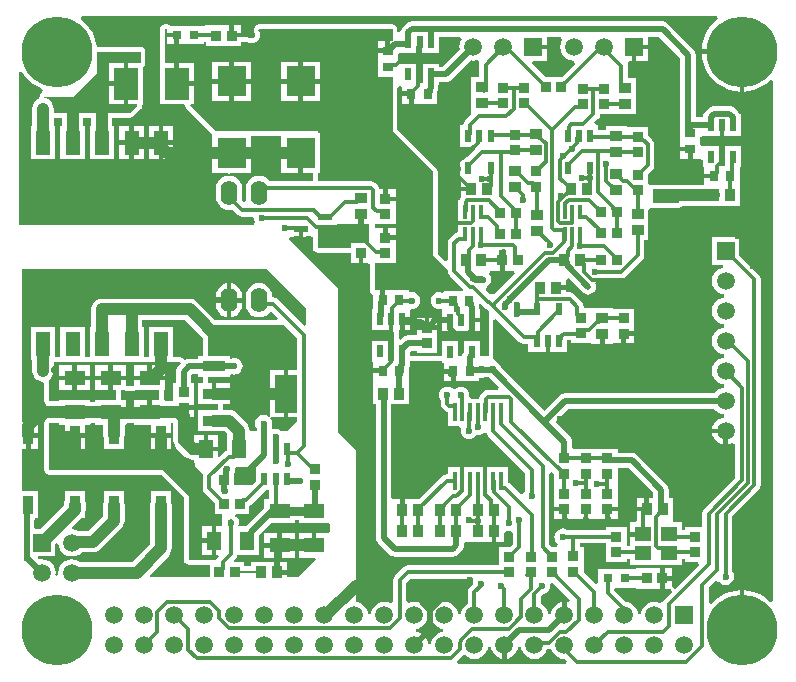
<source format=gtl>
G04*
G04 #@! TF.GenerationSoftware,Altium Limited,Altium Designer,20.1.8 (145)*
G04*
G04 Layer_Physical_Order=1*
G04 Layer_Color=2697685*
%FSLAX44Y44*%
%MOMM*%
G71*
G04*
G04 #@! TF.SameCoordinates,D5C0B3DD-F8AF-49D1-A0DA-DDDA0C0BEC7C*
G04*
G04*
G04 #@! TF.FilePolarity,Positive*
G04*
G01*
G75*
%ADD11C,0.2000*%
%ADD12C,0.3000*%
%ADD20R,0.9500X0.8500*%
%ADD21R,0.8500X0.9500*%
%ADD22R,0.9000X1.0000*%
%ADD23R,0.8000X0.9000*%
%ADD24R,1.0000X0.9000*%
%ADD25R,0.6000X1.0000*%
%ADD26R,0.9000X0.8000*%
%ADD27R,0.5500X1.0000*%
%ADD28R,1.2700X2.0300*%
%ADD29R,0.4000X1.2000*%
%ADD30R,2.4500X2.5500*%
%ADD31R,1.4000X1.2000*%
%ADD32R,0.4000X1.5000*%
%ADD33R,1.9000X3.2500*%
%ADD34R,1.9000X0.9500*%
%ADD35R,1.2000X1.6500*%
%ADD36R,0.5500X1.0500*%
%ADD37R,0.8000X0.8000*%
%ADD38R,1.8000X1.3000*%
%ADD39R,2.0500X2.7000*%
%ADD40R,1.3096X0.5680*%
%ADD41O,1.4000X2.1000*%
%ADD42R,0.9000X1.5000*%
%ADD70C,0.5000*%
%ADD71C,1.0000*%
%ADD72C,0.7500*%
%ADD73R,2.2860X1.1430*%
%ADD74R,2.6530X2.6670*%
%ADD75C,1.5000*%
%ADD76R,1.5000X1.5000*%
%ADD77R,1.5000X1.5000*%
%ADD78C,6.0000*%
%ADD79C,0.6000*%
%ADD80C,0.7000*%
G36*
X1092200Y886460D02*
Y875991D01*
X1090267D01*
Y867991D01*
X1088268D01*
Y865991D01*
X1079768D01*
Y859991D01*
Y845991D01*
X1092200D01*
X1092200Y800100D01*
X1126490Y765810D01*
X1126490Y694690D01*
X1139009Y682171D01*
Y681643D01*
X1139436Y679497D01*
X1140652Y677678D01*
X1152296Y666033D01*
X1151810Y664860D01*
X1135387D01*
Y663960D01*
X1134117Y663112D01*
X1133397Y663410D01*
X1131570Y663650D01*
X1129743Y663410D01*
X1128040Y662704D01*
X1126578Y661582D01*
X1125455Y660120D01*
X1124750Y658417D01*
X1124510Y656590D01*
X1124750Y654763D01*
X1125455Y653060D01*
X1126578Y651598D01*
X1128040Y650475D01*
X1129743Y649770D01*
X1131570Y649530D01*
X1133145Y649737D01*
X1133878Y649076D01*
X1134137Y648702D01*
Y642068D01*
X1140887D01*
Y640068D01*
X1142887D01*
Y631068D01*
X1157887D01*
Y640068D01*
X1159887D01*
Y642068D01*
X1166637D01*
Y649068D01*
X1165387D01*
Y653823D01*
X1166561Y654309D01*
X1168325Y652544D01*
X1168325Y652544D01*
X1171420Y649450D01*
X1173480Y647390D01*
X1173480Y609600D01*
X1166637D01*
Y622068D01*
X1153137D01*
Y613336D01*
X1152105Y611991D01*
X1151450Y610409D01*
X1151343Y609600D01*
X1147637D01*
Y622068D01*
X1134137D01*
Y609600D01*
X1107213D01*
Y613300D01*
X1107928Y614016D01*
X1112755D01*
Y612322D01*
X1130255D01*
Y625322D01*
Y631572D01*
X1121505D01*
X1112755D01*
Y627128D01*
X1105213D01*
X1103516Y626905D01*
X1101935Y626250D01*
X1100577Y625208D01*
X1098704Y623335D01*
X1098238Y623412D01*
X1097450Y624830D01*
X1097750Y625553D01*
X1097990Y627380D01*
X1097750Y629207D01*
X1097296Y630302D01*
X1098018Y631531D01*
X1098082Y631572D01*
X1098463D01*
Y640572D01*
X1100463D01*
Y642572D01*
X1107213D01*
Y648446D01*
X1108483Y649560D01*
X1108710Y649530D01*
X1110537Y649770D01*
X1112240Y650475D01*
X1113702Y651598D01*
X1114825Y653060D01*
X1115530Y654763D01*
X1115770Y656590D01*
X1115530Y658417D01*
X1114825Y660120D01*
X1113702Y661582D01*
X1112240Y662704D01*
X1110537Y663410D01*
X1108710Y663650D01*
X1107233Y663456D01*
X1105963Y664233D01*
Y665365D01*
X1085963D01*
Y656864D01*
X1081963D01*
Y665365D01*
X1076960D01*
Y687558D01*
X1077318Y688680D01*
X1094817D01*
Y701680D01*
Y707930D01*
X1086067D01*
Y709930D01*
X1084068D01*
Y718180D01*
X1077318D01*
X1076960Y719302D01*
Y720054D01*
X1077250Y721204D01*
X1094749D01*
Y734204D01*
Y740454D01*
X1086000D01*
Y742454D01*
X1083999D01*
Y750704D01*
X1081174D01*
X1080871Y752229D01*
X1079655Y754048D01*
X1077898Y755805D01*
X1076079Y757021D01*
X1073933Y757448D01*
X1028700D01*
Y764893D01*
X1030615D01*
Y798392D01*
X1028700D01*
Y800100D01*
X942340Y800100D01*
X920971Y821469D01*
X921457Y822643D01*
X923748D01*
Y838142D01*
X909498D01*
Y840143D01*
X907498D01*
Y857643D01*
X899160D01*
X899160Y886460D01*
X901440D01*
Y883380D01*
X909440D01*
Y881380D01*
X911440D01*
Y873380D01*
X932440D01*
Y875772D01*
X934698D01*
Y872070D01*
X964198D01*
Y875772D01*
X968629D01*
X969290Y875266D01*
X970993Y874560D01*
X972820Y874320D01*
X974647Y874560D01*
X976350Y875266D01*
X977812Y876388D01*
X978934Y877850D01*
X979640Y879553D01*
X979880Y881380D01*
X979640Y883207D01*
X978934Y884910D01*
X978720Y885190D01*
X979346Y886460D01*
X1092200Y886460D01*
D02*
G37*
G36*
X1150647Y877364D02*
X1150382Y877020D01*
X1149224Y874222D01*
X1148828Y871220D01*
X1149099Y869163D01*
X1134632Y854696D01*
X1131310D01*
Y857140D01*
X1117810D01*
Y840347D01*
X1112310D01*
Y857140D01*
X1098810D01*
X1096768Y858341D01*
Y864939D01*
X1098810Y866140D01*
X1113060D01*
Y875140D01*
X1117060D01*
Y866140D01*
X1131310D01*
Y879904D01*
X1149394D01*
X1150647Y877364D01*
D02*
G37*
G36*
X1165040Y859146D02*
X1165721Y858216D01*
X1165349Y856350D01*
Y845646D01*
X1158670D01*
Y828646D01*
Y815146D01*
X1158670D01*
X1159045Y814240D01*
X1153667Y808862D01*
X1152452Y807043D01*
X1152037Y804958D01*
X1149256D01*
Y786958D01*
X1160734D01*
X1161786Y784418D01*
X1155326Y777958D01*
X1149256D01*
Y759958D01*
X1150506Y759915D01*
Y752915D01*
X1159006D01*
Y748915D01*
X1150506D01*
Y744230D01*
X1150167Y743891D01*
X1148952Y742072D01*
X1148912Y741873D01*
X1147822D01*
Y721873D01*
Y714236D01*
X1145958Y713865D01*
X1144139Y712649D01*
X1140652Y709162D01*
X1139436Y707343D01*
X1139009Y705197D01*
Y691257D01*
X1136663Y690285D01*
X1130568Y696379D01*
X1130568Y765810D01*
X1130258Y767371D01*
X1129374Y768694D01*
X1096278Y801789D01*
X1096278Y836873D01*
X1098818Y838101D01*
X1100060Y837117D01*
Y833848D01*
X1108060D01*
Y831848D01*
X1110060D01*
Y823347D01*
X1130060D01*
Y832921D01*
X1130116Y833347D01*
Y833581D01*
X1130737Y835080D01*
X1130960Y836776D01*
Y839140D01*
X1131310D01*
Y841584D01*
X1137347D01*
X1139044Y841807D01*
X1140626Y842462D01*
X1141983Y843504D01*
X1158371Y859892D01*
X1160427Y859621D01*
X1163430Y860016D01*
X1163855Y860192D01*
X1165040Y859146D01*
D02*
G37*
G36*
X1236091Y877364D02*
X1235827Y877020D01*
X1234668Y874222D01*
X1234273Y871220D01*
X1234668Y868218D01*
X1235827Y865420D01*
X1237670Y863018D01*
X1240073Y861175D01*
X1242870Y860016D01*
X1245746Y859637D01*
X1246027Y859254D01*
X1246894Y857193D01*
X1235596Y845896D01*
X1221478D01*
X1210001Y857373D01*
X1210973Y859720D01*
X1222728D01*
Y869220D01*
X1211227D01*
Y873220D01*
X1222728D01*
Y879904D01*
X1234839D01*
X1236091Y877364D01*
D02*
G37*
G36*
X878840Y867350D02*
Y857643D01*
X868498D01*
Y840143D01*
Y822643D01*
X875593D01*
X876079Y821469D01*
X869950Y815340D01*
X805354Y815340D01*
Y819104D01*
X805045Y821454D01*
X804138Y823643D01*
X802695Y825523D01*
X800815Y826966D01*
X798626Y827872D01*
X797354Y828040D01*
X797437Y829310D01*
X821748Y829310D01*
X842010Y849572D01*
X842010Y866013D01*
X842115Y867350D01*
X842115Y867350D01*
X878840Y867350D01*
D02*
G37*
G36*
X1335834Y862154D02*
Y806790D01*
X1335767D01*
Y790790D01*
Y786790D01*
X1344267D01*
Y784790D01*
X1346267D01*
Y776790D01*
X1352767D01*
X1354810Y775589D01*
Y769290D01*
X1356235D01*
Y763997D01*
X1364235D01*
Y759997D01*
X1356235D01*
Y754782D01*
X1319530D01*
X1318511Y754648D01*
X1311910D01*
X1311072Y754482D01*
X1310612Y754578D01*
X1309187Y755516D01*
X1308532Y756179D01*
Y763585D01*
X1312308Y767360D01*
X1313523Y769179D01*
X1313950Y771325D01*
Y788808D01*
X1313523Y790954D01*
X1312308Y792773D01*
X1308695Y796386D01*
Y803558D01*
X1291195D01*
X1290672Y804058D01*
Y804058D01*
X1272672D01*
Y800915D01*
X1266422D01*
Y804958D01*
X1264142D01*
X1263170Y807304D01*
X1266334Y810468D01*
X1267550Y812287D01*
X1267977Y814433D01*
Y814776D01*
X1280140D01*
X1280436Y814276D01*
X1298436D01*
Y827776D01*
Y844776D01*
X1291613D01*
Y855214D01*
X1291223Y857180D01*
X1291236Y857439D01*
X1292665Y859720D01*
X1294672D01*
Y871220D01*
X1296672D01*
Y873220D01*
X1308172D01*
Y879904D01*
X1318085D01*
X1335834Y862154D01*
D02*
G37*
G36*
X1366704Y897466D02*
X1367963Y895158D01*
X1367946Y894926D01*
X1363894Y891466D01*
X1360418Y887396D01*
X1357622Y882833D01*
X1355574Y877889D01*
X1354325Y872685D01*
X1354062Y869350D01*
X1388010D01*
Y867350D01*
X1390010D01*
Y833402D01*
X1393345Y833665D01*
X1398549Y834914D01*
X1403493Y836962D01*
X1408056Y839758D01*
X1412126Y843234D01*
X1412364Y843513D01*
X1414747Y842634D01*
Y747606D01*
Y508846D01*
X1414747Y402066D01*
X1412364Y401187D01*
X1412126Y401466D01*
X1408056Y404942D01*
X1403493Y407738D01*
X1398549Y409786D01*
X1393345Y411035D01*
X1390010Y411298D01*
Y377350D01*
X1386010D01*
Y411298D01*
X1382675Y411035D01*
X1377471Y409786D01*
X1372527Y407738D01*
X1367964Y404942D01*
X1363894Y401466D01*
X1362285Y399582D01*
X1359745Y400519D01*
Y413284D01*
X1365648Y419187D01*
X1368636Y418584D01*
X1369148Y417918D01*
X1370610Y416796D01*
X1372313Y416090D01*
X1374140Y415850D01*
X1375967Y416090D01*
X1377670Y416796D01*
X1379132Y417918D01*
X1380255Y419380D01*
X1380960Y421083D01*
X1381200Y422910D01*
X1380960Y424737D01*
X1380255Y426440D01*
X1379748Y427101D01*
Y473755D01*
X1402155Y496163D01*
X1403371Y497982D01*
X1403798Y500128D01*
Y674450D01*
X1403371Y676596D01*
X1402155Y678415D01*
X1385640Y694931D01*
Y710000D01*
X1362640D01*
Y687000D01*
X1372157D01*
X1372323Y684460D01*
X1371138Y684304D01*
X1368340Y683145D01*
X1365938Y681302D01*
X1364095Y678900D01*
X1362936Y676102D01*
X1362541Y673100D01*
X1362936Y670098D01*
X1364095Y667300D01*
X1365938Y664898D01*
X1368340Y663055D01*
X1371138Y661896D01*
X1372771Y661681D01*
Y659119D01*
X1371138Y658904D01*
X1368340Y657745D01*
X1365938Y655902D01*
X1364095Y653500D01*
X1362936Y650702D01*
X1362541Y647700D01*
X1362936Y644698D01*
X1364095Y641900D01*
X1365938Y639498D01*
X1368340Y637655D01*
X1371138Y636496D01*
X1372771Y636281D01*
Y633719D01*
X1371138Y633504D01*
X1368340Y632345D01*
X1365938Y630502D01*
X1364095Y628100D01*
X1362936Y625302D01*
X1362541Y622300D01*
X1362936Y619298D01*
X1364095Y616500D01*
X1365938Y614098D01*
X1368340Y612255D01*
X1371138Y611096D01*
X1372771Y610881D01*
Y608319D01*
X1371138Y608104D01*
X1368340Y606945D01*
X1365938Y605102D01*
X1364095Y602700D01*
X1362936Y599902D01*
X1362541Y596900D01*
X1362936Y593898D01*
X1364095Y591100D01*
X1365938Y588698D01*
X1368340Y586855D01*
X1371138Y585696D01*
X1372771Y585481D01*
Y582919D01*
X1371138Y582704D01*
X1368340Y581545D01*
X1365938Y579702D01*
X1364675Y578056D01*
X1238250D01*
X1236553Y577833D01*
X1234972Y577178D01*
X1233614Y576136D01*
X1220751Y563273D01*
X1183747Y600277D01*
X1183703Y600614D01*
X1182998Y602317D01*
X1181876Y603779D01*
X1180413Y604901D01*
X1178710Y605606D01*
X1178680Y605610D01*
X1177396Y607788D01*
X1177310Y608353D01*
X1177558Y609600D01*
X1177558Y639992D01*
X1179905Y640965D01*
X1199145Y621725D01*
X1200964Y620509D01*
X1203110Y620082D01*
X1207240D01*
Y613190D01*
X1221740D01*
Y622190D01*
X1225740D01*
Y613190D01*
X1240240D01*
Y623042D01*
X1243033D01*
Y620620D01*
X1260533D01*
X1260825Y619807D01*
X1267825D01*
Y628307D01*
X1271825D01*
Y619807D01*
X1278825D01*
X1279118Y620307D01*
X1285868D01*
Y628557D01*
X1287868D01*
Y630557D01*
X1296618D01*
Y633307D01*
Y649807D01*
X1279118D01*
X1278825Y650307D01*
X1260825D01*
Y650307D01*
X1260533Y650120D01*
X1254140D01*
Y651388D01*
X1253713Y653534D01*
X1252498Y655353D01*
X1246025Y661825D01*
X1244206Y663041D01*
X1242060Y663468D01*
X1238990D01*
Y665361D01*
X1230490D01*
Y669361D01*
X1238990D01*
Y674335D01*
X1241530Y675387D01*
X1253333Y663584D01*
X1254690Y662542D01*
X1256272Y661887D01*
X1257968Y661664D01*
X1259665Y661887D01*
X1261246Y662542D01*
X1262604Y663584D01*
X1263646Y664942D01*
X1264301Y666523D01*
X1264524Y668220D01*
X1264301Y669917D01*
X1263770Y671198D01*
X1264189Y672406D01*
X1265048Y673844D01*
X1265477Y673900D01*
X1267180Y674605D01*
X1267841Y675112D01*
X1285755D01*
X1287901Y675539D01*
X1289720Y676755D01*
X1303748Y690782D01*
X1304963Y692602D01*
X1305390Y694748D01*
Y707674D01*
X1308782D01*
Y721174D01*
Y733364D01*
X1309135Y733817D01*
X1311322Y735179D01*
X1311910Y735062D01*
X1334770D01*
X1336331Y735372D01*
X1337654Y736256D01*
X1337902Y736627D01*
X1364244D01*
X1364833Y736705D01*
X1386243D01*
Y754705D01*
X1386235D01*
Y769290D01*
X1387310D01*
Y787290D01*
X1373810D01*
Y777243D01*
X1373786Y777124D01*
Y770497D01*
X1368310D01*
Y787290D01*
X1354810D01*
X1352767Y788491D01*
Y795089D01*
X1354810Y796290D01*
X1369060D01*
Y805290D01*
X1373060D01*
Y796290D01*
X1387310D01*
Y803315D01*
X1387366Y803741D01*
X1387310Y804167D01*
Y814290D01*
X1386339D01*
X1385988Y815139D01*
X1384946Y816497D01*
X1382017Y819426D01*
X1380659Y820468D01*
X1379078Y821123D01*
X1377381Y821346D01*
X1364739D01*
X1363042Y821123D01*
X1361461Y820468D01*
X1360103Y819426D01*
X1357174Y816497D01*
X1356132Y815139D01*
X1355780Y814290D01*
X1354810D01*
Y811736D01*
X1348946D01*
Y864870D01*
X1348723Y866567D01*
X1348068Y868148D01*
X1347026Y869506D01*
X1325436Y891096D01*
X1324078Y892138D01*
X1322497Y892793D01*
X1320800Y893016D01*
X1108489D01*
X1106792Y892793D01*
X1105211Y892138D01*
X1103853Y891096D01*
X1100924Y888167D01*
X1099882Y886809D01*
X1099227Y885228D01*
X1098810Y884140D01*
X1096278Y884160D01*
Y886460D01*
X1095968Y888020D01*
X1095084Y889344D01*
X1093761Y890228D01*
X1092200Y890538D01*
X979346Y890538D01*
X978694Y890409D01*
X978035Y890322D01*
X977918Y890254D01*
X977785Y890228D01*
X977233Y889859D01*
X976657Y889526D01*
X976575Y889419D01*
X976462Y889344D01*
X976093Y888791D01*
X975688Y888264D01*
X975062Y886994D01*
X974890Y886352D01*
X974676Y885722D01*
X974685Y885587D01*
X974650Y885457D01*
X974737Y884798D01*
X974780Y884135D01*
X974840Y884013D01*
X974858Y883879D01*
X975174Y883331D01*
X975666Y882143D01*
X975767Y881380D01*
X975666Y880617D01*
X975372Y879906D01*
X974904Y879296D01*
X974294Y878828D01*
X973583Y878534D01*
X972820Y878433D01*
X972057Y878534D01*
X971347Y878828D01*
X971112Y879008D01*
X970634Y879244D01*
X970190Y879540D01*
X969926Y879593D01*
X969685Y879712D01*
X969153Y879747D01*
X968629Y879851D01*
X964198D01*
Y889570D01*
X957948D01*
Y880820D01*
X953948D01*
Y889570D01*
X934901D01*
X934698Y889570D01*
Y889570D01*
X932440Y889380D01*
Y889380D01*
X904270D01*
X903001Y890228D01*
X901440Y890538D01*
X899160D01*
X897599Y890228D01*
X896276Y889344D01*
X895392Y888021D01*
X895082Y886460D01*
X895082Y857643D01*
X895248Y856804D01*
Y822643D01*
X915929D01*
X916892Y821469D01*
X917090Y820477D01*
X917203Y819909D01*
X918087Y818585D01*
X918087Y818585D01*
X939456Y797216D01*
X939635Y797096D01*
Y783643D01*
X972135D01*
Y796022D01*
X998115Y796022D01*
Y783643D01*
X1014365D01*
Y781643D01*
X1016366D01*
Y764893D01*
X1024622D01*
Y757448D01*
X988326D01*
X987015Y759155D01*
X984717Y760919D01*
X982042Y762027D01*
X979170Y762405D01*
X976298Y762027D01*
X973623Y760919D01*
X971325Y759155D01*
X969561Y756858D01*
X968453Y754182D01*
X968075Y751310D01*
Y744310D01*
X968453Y741438D01*
X966459Y740165D01*
X966116Y740387D01*
X964536Y741815D01*
X964865Y744310D01*
Y751310D01*
X964487Y754182D01*
X963379Y756858D01*
X961615Y759155D01*
X959317Y760919D01*
X956642Y762027D01*
X954168Y762353D01*
X954334Y764893D01*
X972135D01*
Y779642D01*
X939635D01*
Y764893D01*
X953205D01*
X953372Y762353D01*
X950898Y762027D01*
X948223Y760919D01*
X945925Y759155D01*
X944162Y756858D01*
X943053Y754182D01*
X942675Y751310D01*
Y744310D01*
X943053Y741438D01*
X944162Y738763D01*
X945925Y736465D01*
X948223Y734702D01*
X950898Y733593D01*
X953770Y733215D01*
X956476Y733571D01*
X961099Y728948D01*
X962918Y727732D01*
X965064Y727305D01*
X973891D01*
X974650Y726440D01*
X974890Y724613D01*
X975595Y722910D01*
X975781Y722668D01*
X974529Y720128D01*
X775937D01*
X775937Y849755D01*
X778477Y850471D01*
X780418Y847303D01*
X783894Y843234D01*
X787963Y839758D01*
X792527Y836962D01*
X795712Y835643D01*
X795896Y834544D01*
X795643Y832922D01*
X795324Y832709D01*
X794748Y832376D01*
X794666Y832269D01*
X794553Y832194D01*
X794184Y831641D01*
X793779Y831114D01*
X793744Y830983D01*
X793669Y830871D01*
X793540Y830219D01*
X793367Y829577D01*
X793284Y828307D01*
X793371Y827648D01*
X793371Y827642D01*
X791738Y826966D01*
X789858Y825523D01*
X788415Y823643D01*
X787508Y821454D01*
X787199Y819104D01*
Y804434D01*
X785926D01*
Y776134D01*
X806626D01*
Y804434D01*
X805354D01*
Y811262D01*
X812199D01*
Y804434D01*
X810926D01*
Y776134D01*
X831626D01*
Y804434D01*
X830354D01*
Y811262D01*
X836742D01*
Y804434D01*
X835926D01*
Y776134D01*
X856626D01*
Y804434D01*
X854898D01*
Y811262D01*
X869950D01*
X871511Y811572D01*
X872834Y812456D01*
X872834Y812456D01*
X878963Y818585D01*
X879847Y819909D01*
X879939Y820372D01*
X880748Y822643D01*
X880748Y822643D01*
X880748Y822643D01*
Y854107D01*
X881724Y854759D01*
X882608Y856082D01*
X882918Y857643D01*
Y867350D01*
X882608Y868911D01*
X881724Y870234D01*
X880401Y871118D01*
X878840Y871429D01*
X842115Y871429D01*
X841695Y872685D01*
Y872685D01*
X841416Y873849D01*
X840446Y877889D01*
X838398Y882833D01*
X835602Y887396D01*
X832126Y891466D01*
X828074Y894926D01*
X828057Y895158D01*
X829316Y897466D01*
X1366704Y897466D01*
D02*
G37*
G36*
X1056485Y720993D02*
X1071880D01*
Y705180D01*
X1056735D01*
Y701040D01*
X1028700D01*
Y720210D01*
X1045598D01*
Y721360D01*
X1056485D01*
Y720993D01*
D02*
G37*
G36*
X1187322Y681714D02*
X1194673D01*
X1195645Y679368D01*
X1178197Y661920D01*
X1174708Y662023D01*
X1171431Y665300D01*
X1171927Y668239D01*
X1172008Y668315D01*
X1173392Y669378D01*
X1174514Y670840D01*
X1175220Y672543D01*
X1175460Y674370D01*
X1175220Y676197D01*
X1174514Y677900D01*
X1174051Y678504D01*
X1174771Y681264D01*
X1176030Y681880D01*
X1177073Y681714D01*
Y681714D01*
X1179613Y681714D01*
X1183323D01*
Y690464D01*
X1187322D01*
Y681714D01*
D02*
G37*
G36*
X1018540Y650240D02*
X1018540Y635700D01*
X1017367Y635214D01*
X995080Y657500D01*
X993261Y658716D01*
X991115Y659143D01*
X990265D01*
Y660310D01*
X989887Y663182D01*
X988779Y665857D01*
X987015Y668155D01*
X984717Y669919D01*
X982042Y671027D01*
X979170Y671405D01*
X976298Y671027D01*
X973623Y669919D01*
X971325Y668155D01*
X969561Y665857D01*
X968453Y663182D01*
X968075Y660310D01*
Y653310D01*
X968453Y650438D01*
X969561Y647763D01*
X971325Y645465D01*
X973623Y643701D01*
X976298Y642593D01*
X979170Y642215D01*
X982042Y642593D01*
X984717Y643701D01*
X987015Y645465D01*
X988076Y646847D01*
X989762Y646958D01*
X995198Y641522D01*
X994712Y640348D01*
X942209Y640348D01*
X926932Y655625D01*
X925052Y657068D01*
X922863Y657975D01*
X920514Y658284D01*
X871356D01*
X871288Y658275D01*
X871220Y658284D01*
X846276D01*
X843927Y657975D01*
X841738Y657068D01*
X839858Y655625D01*
X838415Y653745D01*
X837508Y651556D01*
X837199Y649206D01*
Y634234D01*
X835926D01*
Y608598D01*
X831626D01*
Y634234D01*
X810926D01*
Y608598D01*
X806626D01*
Y634234D01*
X785926D01*
Y605934D01*
X787199D01*
Y596914D01*
X787508Y594564D01*
X788415Y592375D01*
X789858Y590495D01*
X789871Y590481D01*
X791751Y589039D01*
X793941Y588132D01*
X796290Y587822D01*
X796337Y587828D01*
X797292Y586991D01*
Y571158D01*
X797602Y569597D01*
X798486Y568274D01*
X799809Y567390D01*
X801370Y567079D01*
X809960D01*
Y564080D01*
X822960D01*
Y560080D01*
X809960D01*
Y557081D01*
X801370D01*
X799809Y556770D01*
X798486Y555886D01*
X797602Y554563D01*
X797292Y553002D01*
Y513080D01*
X797602Y511519D01*
X798486Y510196D01*
X799809Y509312D01*
X801370Y509002D01*
X896201D01*
X915402Y489801D01*
X915402Y436880D01*
X915712Y435319D01*
X916596Y433996D01*
X917919Y433112D01*
X919480Y432802D01*
X937327D01*
Y422910D01*
X886987Y422910D01*
X886501Y424083D01*
X902719Y440301D01*
X904162Y442181D01*
X905068Y444370D01*
X905378Y446720D01*
X905378Y446720D01*
Y483580D01*
X905068Y485929D01*
X904800Y486577D01*
Y495080D01*
X887800D01*
Y486577D01*
X887532Y485929D01*
X887222Y483580D01*
Y450480D01*
X871870Y435128D01*
X827771D01*
X826510Y436095D01*
X823712Y437254D01*
X820710Y437649D01*
X817708Y437254D01*
X814910Y436095D01*
X812508Y434252D01*
X810665Y431850D01*
X809506Y429052D01*
X809111Y426050D01*
X809301Y424608D01*
X808369Y423545D01*
X807651D01*
X806719Y424608D01*
X806909Y426050D01*
X806514Y429052D01*
X805355Y431850D01*
X803512Y434252D01*
X801110Y436095D01*
X798312Y437254D01*
X795310Y437649D01*
X793253Y437378D01*
X791855Y438777D01*
X792341Y439950D01*
X806810D01*
Y450112D01*
X807867Y451169D01*
X809208Y450714D01*
X809506Y448448D01*
X810665Y445650D01*
X812508Y443248D01*
X814910Y441405D01*
X817708Y440246D01*
X820710Y439851D01*
X823712Y440246D01*
X826510Y441405D01*
X828912Y443248D01*
X828974Y443329D01*
X838487D01*
X840836Y443638D01*
X843026Y444545D01*
X844905Y445988D01*
X862719Y463801D01*
X862719Y463801D01*
X864162Y465681D01*
X865068Y467870D01*
X865378Y470220D01*
X865378Y470220D01*
Y483580D01*
X865068Y485929D01*
X864800Y486577D01*
Y495080D01*
X847800D01*
Y486577D01*
X847532Y485929D01*
X847222Y483580D01*
Y473980D01*
X834727Y461484D01*
X826524D01*
X826510Y461495D01*
X823712Y462654D01*
X821446Y462952D01*
X820991Y464293D01*
X828778Y472080D01*
X832210D01*
Y478760D01*
X832288Y479350D01*
Y480770D01*
X832479Y481231D01*
X832788Y483580D01*
X832479Y485929D01*
X832210Y486577D01*
Y495080D01*
X815210D01*
Y487284D01*
X814442Y485429D01*
X814137Y483115D01*
X793972Y462950D01*
X789292D01*
X789140Y464107D01*
X789007Y464428D01*
Y470875D01*
X789271Y471511D01*
X789345Y472080D01*
X792210D01*
Y495080D01*
X778510D01*
Y531080D01*
X781710D01*
Y542580D01*
Y554080D01*
X778510D01*
X778510Y683260D01*
X985520Y683260D01*
X1018540Y650240D01*
D02*
G37*
G36*
X931912Y624971D02*
X931912Y609600D01*
X927550D01*
Y607406D01*
X919869D01*
X918172Y607183D01*
X916591Y606528D01*
X916013Y606623D01*
X915492Y607404D01*
X914169Y608288D01*
X912608Y608598D01*
X906626D01*
Y634234D01*
X885926D01*
Y608598D01*
X881626D01*
Y634234D01*
X880298D01*
Y640129D01*
X916753D01*
X931912Y624971D01*
D02*
G37*
G36*
X1016730Y710710D02*
X1024502D01*
Y701210D01*
X1024622D01*
Y701040D01*
X1024932Y699479D01*
X1025816Y698156D01*
X1027139Y697272D01*
X1028700Y696962D01*
X1056735D01*
Y688680D01*
X1063485D01*
Y696930D01*
X1067485D01*
Y688680D01*
X1070520D01*
X1072882Y687558D01*
Y665365D01*
X1073192Y663804D01*
X1074076Y662481D01*
X1075399Y661597D01*
X1075963Y661485D01*
Y649572D01*
X1074713D01*
Y631572D01*
X1090865D01*
X1091353Y631427D01*
X1093218Y630302D01*
X1093319Y629793D01*
X1093349Y629275D01*
X1093473Y629020D01*
X1093529Y628741D01*
X1093776Y628143D01*
X1093877Y627380D01*
X1093776Y626617D01*
X1093682Y626390D01*
X1093636Y626159D01*
X1093529Y625950D01*
X1093482Y625385D01*
X1093403Y624984D01*
X1093372Y624830D01*
X1093414Y624551D01*
X1093399Y624364D01*
X1093713Y622572D01*
X1093713Y622572D01*
Y605779D01*
X1088213D01*
Y622572D01*
X1074713D01*
Y604572D01*
X1075963D01*
Y599279D01*
X1083963D01*
Y595279D01*
X1075963D01*
Y588780D01*
X1075963D01*
X1075680Y586850D01*
X1075680Y586850D01*
X1075680Y586357D01*
Y568850D01*
X1078024D01*
Y455930D01*
X1078247Y454233D01*
X1078902Y452652D01*
X1079944Y451294D01*
X1089557Y441682D01*
X1090915Y440640D01*
X1092496Y439985D01*
X1094193Y439761D01*
X1143197D01*
X1144894Y439985D01*
X1146475Y440640D01*
X1147833Y441682D01*
X1150762Y444610D01*
X1151804Y445968D01*
X1152459Y447550D01*
X1152682Y449246D01*
Y451067D01*
X1154671Y452396D01*
X1156214D01*
Y452396D01*
X1157211Y452396D01*
X1176214D01*
Y461396D01*
X1180214D01*
Y452396D01*
X1186714D01*
Y459906D01*
X1188433Y461393D01*
X1189254Y461714D01*
X1190691Y461525D01*
X1191450Y461624D01*
X1193990Y459905D01*
Y450618D01*
X1191375Y448003D01*
X1182305D01*
Y432361D01*
X1105359D01*
X1103213Y431934D01*
X1101394Y430718D01*
X1094428Y423753D01*
X1093213Y421933D01*
X1092786Y419787D01*
Y401738D01*
X1090246Y400453D01*
X1088312Y401254D01*
X1085310Y401649D01*
X1082308Y401254D01*
X1079510Y400095D01*
X1077108Y398252D01*
X1075265Y395850D01*
X1074106Y393052D01*
X1073891Y391419D01*
X1071329D01*
X1071114Y393052D01*
X1069955Y395850D01*
X1068112Y398252D01*
X1065710Y400095D01*
X1062912Y401254D01*
X1061687Y401415D01*
Y529166D01*
X1045708Y545145D01*
Y667065D01*
X1004604Y708170D01*
X1005656Y710710D01*
X1012730D01*
Y717550D01*
X1016730D01*
Y710710D01*
D02*
G37*
G36*
X1000450Y636270D02*
X1011553Y625166D01*
Y598100D01*
X1004050D01*
Y577850D01*
Y557600D01*
X1011553D01*
Y554353D01*
X1003300Y546100D01*
X998018D01*
X996670Y547135D01*
X994967Y547840D01*
X993140Y548080D01*
X991466Y547860D01*
X990990Y547990D01*
X990196Y548520D01*
Y551519D01*
X989973Y553216D01*
X989924Y553334D01*
X989800Y554277D01*
X989094Y555980D01*
X988826Y556330D01*
X989452Y557600D01*
X1000050D01*
Y575850D01*
X988550D01*
Y558600D01*
X987280Y557974D01*
X986510Y558564D01*
X984807Y559270D01*
X982980Y559510D01*
X981153Y559270D01*
X979450Y558564D01*
X977988Y557442D01*
X976865Y555980D01*
X976160Y554277D01*
X975920Y552450D01*
X976160Y550623D01*
X976865Y548920D01*
X977084Y548635D01*
Y546100D01*
X971411D01*
Y546426D01*
X971102Y548776D01*
X970195Y550965D01*
X968753Y552845D01*
X960329Y561269D01*
X958449Y562711D01*
X956260Y563618D01*
X953910Y563928D01*
X948690D01*
Y569100D01*
X954550D01*
Y575850D01*
X941050D01*
Y577850D01*
X939050D01*
Y586600D01*
X935990D01*
Y592100D01*
X954550D01*
Y593791D01*
X955820Y594247D01*
X956343Y594030D01*
X958170Y593790D01*
X959997Y594030D01*
X961700Y594735D01*
X963162Y595858D01*
X964285Y597320D01*
X964990Y599023D01*
X965230Y600850D01*
X964990Y602677D01*
X964285Y604380D01*
X963162Y605843D01*
X961700Y606964D01*
X959997Y607670D01*
X958170Y607910D01*
X956343Y607670D01*
X955820Y607453D01*
X954550Y607910D01*
Y609600D01*
X935990D01*
X935990Y636270D01*
X1000450Y636270D01*
D02*
G37*
G36*
X913094Y603347D02*
X910716Y600969D01*
X909674Y599611D01*
X909019Y598030D01*
X908796Y596333D01*
Y587142D01*
X906602D01*
Y571158D01*
X899460D01*
Y572580D01*
X898348D01*
Y580390D01*
X898504Y580580D01*
X899460D01*
Y589080D01*
X886460D01*
X873460D01*
Y584468D01*
X866440D01*
Y589080D01*
X855440D01*
Y580580D01*
X858286D01*
X858442Y580390D01*
Y572580D01*
X840440D01*
Y571859D01*
X839537Y570966D01*
X835960Y571007D01*
Y572580D01*
X809960D01*
Y571158D01*
X801370D01*
Y589280D01*
X801370Y589280D01*
X801370D01*
X802241Y590122D01*
X802709Y590481D01*
X804152Y592361D01*
X805058Y594551D01*
X805368Y596900D01*
X805354Y597003D01*
Y604520D01*
X912608Y604520D01*
X913094Y603347D01*
D02*
G37*
G36*
X894270Y580390D02*
X894270D01*
Y572580D01*
X888460D01*
Y562080D01*
X886460D01*
Y560080D01*
X873460D01*
Y556551D01*
X868680D01*
X868651Y556545D01*
X868622Y556551D01*
X867391Y556565D01*
X867315Y556628D01*
X866440Y557680D01*
Y560080D01*
X853440D01*
Y564080D01*
X866440D01*
Y570654D01*
Y572580D01*
X862520D01*
Y580390D01*
Y580390D01*
X862520D01*
X862676Y580580D01*
X865485D01*
X866440Y580390D01*
X873460D01*
X874415Y580580D01*
X894114D01*
X894270Y580390D01*
D02*
G37*
G36*
X1134137Y604068D02*
X1135769D01*
Y598538D01*
X1143769D01*
Y596538D01*
X1145769D01*
Y588038D01*
X1165769D01*
Y590847D01*
X1166805D01*
X1168501Y591070D01*
X1169357Y591425D01*
X1170147Y591529D01*
X1170253Y591573D01*
X1173909D01*
X1182217Y583264D01*
X1181245Y580918D01*
X1173029D01*
X1170883Y580491D01*
X1169064Y579275D01*
X1167306Y577518D01*
X1166091Y575699D01*
X1165669Y573581D01*
X1158746D01*
X1156933Y576121D01*
X1156973Y576430D01*
X1156733Y578257D01*
X1156027Y579960D01*
X1154905Y581423D01*
X1153443Y582545D01*
X1151740Y583250D01*
X1149913Y583490D01*
X1148085Y583250D01*
X1146383Y582545D01*
X1144920Y581423D01*
X1142551Y582506D01*
X1142192Y582781D01*
X1140489Y583487D01*
X1138662Y583727D01*
X1136835Y583487D01*
X1135132Y582781D01*
X1133670Y581659D01*
X1132548Y580197D01*
X1131842Y578494D01*
X1131602Y576667D01*
X1131842Y574840D01*
X1132548Y573137D01*
X1133054Y572476D01*
Y569350D01*
X1133481Y567204D01*
X1134697Y565385D01*
X1136454Y563627D01*
X1138273Y562412D01*
X1138772Y562313D01*
Y550581D01*
X1148500D01*
X1150197Y548041D01*
X1150150Y547927D01*
X1149910Y546100D01*
X1150150Y544273D01*
X1150855Y542570D01*
X1151978Y541108D01*
X1153440Y539986D01*
X1155143Y539280D01*
X1156970Y539040D01*
X1158797Y539280D01*
X1160500Y539986D01*
X1161962Y541108D01*
X1163084Y542570D01*
X1163272Y543023D01*
X1164590Y542850D01*
X1166417Y543090D01*
X1168120Y543796D01*
X1169349Y544738D01*
X1170437Y544606D01*
X1172084Y544006D01*
X1172091Y543972D01*
X1173306Y542153D01*
X1204702Y510757D01*
Y495681D01*
X1204195Y495020D01*
X1203490Y493317D01*
X1200809Y492411D01*
X1191174Y502046D01*
X1189772Y502984D01*
Y515581D01*
X1171271D01*
Y504081D01*
X1170272D01*
Y515581D01*
X1151771D01*
Y504081D01*
X1150772D01*
Y515581D01*
X1138772D01*
Y509689D01*
X1138271D01*
X1136125Y509262D01*
X1134306Y508046D01*
X1114698Y488438D01*
X1102629D01*
Y479438D01*
X1098629D01*
Y488438D01*
X1092129D01*
X1091136Y490567D01*
Y568850D01*
X1106180D01*
Y586329D01*
X1106180Y586850D01*
X1106180D01*
X1105963Y588780D01*
X1105963D01*
Y596965D01*
X1106019Y597391D01*
Y599034D01*
X1106107Y599148D01*
X1106762Y600729D01*
X1106985Y602426D01*
Y604572D01*
X1107213D01*
Y605522D01*
X1134137D01*
Y604068D01*
D02*
G37*
G36*
X906592Y538480D02*
X906902Y536131D01*
X907809Y533941D01*
X909251Y532061D01*
X916871Y524441D01*
X918751Y522999D01*
X920940Y522092D01*
X923290Y521782D01*
X924334D01*
Y518610D01*
X924560D01*
Y516890D01*
X931846Y509604D01*
X931495Y507843D01*
Y497534D01*
X931922Y495388D01*
X933138Y493569D01*
X941560Y485147D01*
Y475578D01*
X947420D01*
Y465543D01*
X943040D01*
Y453293D01*
Y441043D01*
X944533D01*
X945019Y439869D01*
X944362Y439213D01*
X943147Y437393D01*
X943045Y436880D01*
X919480D01*
X919480Y491490D01*
X897890Y513080D01*
X801370D01*
Y553002D01*
X809960D01*
Y551580D01*
X815210D01*
Y544580D01*
X823710D01*
X832210D01*
Y551580D01*
X835960D01*
Y551948D01*
X836863Y552841D01*
X840440Y552799D01*
Y551580D01*
X847222D01*
Y542580D01*
X847532Y540230D01*
X847800Y539583D01*
Y531080D01*
X864800D01*
Y539583D01*
X865068Y540230D01*
X865378Y542580D01*
Y551580D01*
X866440D01*
Y551595D01*
X867343Y552487D01*
X868575Y552473D01*
X868627Y552479D01*
X868680Y552472D01*
X873460D01*
Y551580D01*
X887800D01*
Y544580D01*
X896300D01*
X904800D01*
Y553002D01*
X906592D01*
Y538480D01*
D02*
G37*
G36*
X927550Y592100D02*
X931912D01*
Y586600D01*
X927550D01*
Y569100D01*
X938656D01*
X938700Y569082D01*
X941050Y568772D01*
X944612D01*
Y563928D01*
X941050D01*
X938700Y563618D01*
X938656Y563600D01*
X927550D01*
Y546100D01*
X938656D01*
X938700Y546082D01*
X941050Y545772D01*
X950150D01*
X951774Y544149D01*
X952334Y543110D01*
X952334D01*
X952334Y543110D01*
Y529512D01*
X951224Y529291D01*
X949405Y528075D01*
X945507Y524178D01*
X944334Y524664D01*
Y528860D01*
X934334D01*
Y530860D01*
D01*
Y528860D01*
X924334D01*
Y526767D01*
X923064Y525926D01*
X922005Y526065D01*
X920808Y526561D01*
X919566Y527514D01*
X912324Y534756D01*
X911371Y535998D01*
X910875Y537195D01*
X910671Y538747D01*
Y553002D01*
X910360Y554563D01*
X909476Y555886D01*
X908749Y556372D01*
X909135Y557642D01*
X913352D01*
Y565892D01*
X915352D01*
Y567892D01*
X924102D01*
Y570642D01*
Y587142D01*
X921908D01*
Y593617D01*
X922585Y594294D01*
X927550D01*
Y592100D01*
D02*
G37*
G36*
X1312974Y493854D02*
Y489047D01*
X1309319D01*
Y480047D01*
X1307319D01*
Y478046D01*
X1298819D01*
Y471047D01*
X1298819D01*
X1298221Y468754D01*
X1293079D01*
Y460754D01*
X1304079D01*
Y456754D01*
X1293079D01*
Y452754D01*
Y449125D01*
X1290536D01*
Y464768D01*
X1273036D01*
Y462125D01*
X1240488D01*
X1239828Y462632D01*
X1238125Y463337D01*
X1236298Y463578D01*
X1234470Y463337D01*
X1232767Y462632D01*
X1231305Y461510D01*
X1230183Y460048D01*
X1229478Y458345D01*
X1229237Y456518D01*
X1229478Y454690D01*
X1230183Y452987D01*
X1231305Y451525D01*
X1232585Y450543D01*
X1232593Y450266D01*
X1231081Y448003D01*
X1226821D01*
X1224808Y450016D01*
Y510036D01*
X1227140Y511107D01*
X1228828Y509932D01*
Y501784D01*
X1228828D01*
Y501241D01*
X1228828D01*
Y484741D01*
Y481991D01*
X1237578D01*
Y479991D01*
X1239578D01*
Y471741D01*
X1246328D01*
Y471741D01*
X1247251Y471531D01*
X1247251Y471531D01*
X1248781Y471531D01*
X1254001D01*
Y479781D01*
X1258001D01*
Y471531D01*
X1262840D01*
X1264751Y471531D01*
X1264751Y471531D01*
X1265293Y471741D01*
Y471741D01*
X1272043D01*
Y479991D01*
X1274043D01*
Y481991D01*
X1282793D01*
Y484741D01*
Y501241D01*
X1282793D01*
X1282954Y501784D01*
X1282954Y501784D01*
X1282954Y503714D01*
Y514728D01*
X1292101D01*
X1312974Y493854D01*
D02*
G37*
G36*
X976890Y514410D02*
X976890D01*
Y503841D01*
X973429Y500380D01*
X958060D01*
Y506234D01*
X958116Y506660D01*
Y510033D01*
X958812Y511712D01*
X959053Y513540D01*
X958946Y514350D01*
X960021Y515620D01*
X976745D01*
X976890Y514410D01*
D02*
G37*
G36*
X987532Y488917D02*
X983635D01*
Y480999D01*
X968179Y465543D01*
X962481D01*
X961775Y466599D01*
X961860Y466803D01*
X962100Y468630D01*
X961860Y470457D01*
X961154Y472160D01*
X960032Y473622D01*
X959140Y474308D01*
X959571Y475578D01*
X971060D01*
Y482635D01*
X972523Y483612D01*
X984820Y495910D01*
X987532D01*
Y488917D01*
D02*
G37*
G36*
X1365938Y563298D02*
X1368340Y561455D01*
X1371138Y560296D01*
X1372771Y560081D01*
Y557519D01*
X1371138Y557304D01*
X1368340Y556145D01*
X1365938Y554302D01*
X1364095Y551900D01*
X1362936Y549102D01*
X1362804Y548100D01*
X1374140D01*
Y546100D01*
X1376140D01*
Y534764D01*
X1377142Y534896D01*
X1379940Y536055D01*
X1380042Y536133D01*
X1382582Y534881D01*
Y506593D01*
X1356205Y480215D01*
X1354989Y478396D01*
X1354562Y476250D01*
Y464920D01*
X1339621D01*
Y462278D01*
X1337079D01*
Y468754D01*
X1329916D01*
X1329319Y471047D01*
X1329319D01*
Y489047D01*
X1326086D01*
Y496570D01*
X1325863Y498267D01*
X1325208Y499848D01*
X1324166Y501206D01*
X1299452Y525919D01*
X1298094Y526961D01*
X1296513Y527616D01*
X1294816Y527840D01*
X1282954D01*
Y531284D01*
X1265454D01*
Y531284D01*
X1264911D01*
Y531284D01*
X1247411D01*
Y531284D01*
X1246674D01*
X1244134Y532119D01*
Y537175D01*
X1243911Y538872D01*
X1243256Y540453D01*
X1242214Y541811D01*
X1230023Y554001D01*
X1240966Y564944D01*
X1364675D01*
X1365938Y563298D01*
D02*
G37*
G36*
X1012718Y467917D02*
X1038717D01*
X1038860Y466706D01*
Y461128D01*
X1037590Y459917D01*
X1027717D01*
Y449417D01*
X1025717D01*
Y447417D01*
X1012718D01*
Y438917D01*
X1026538D01*
X1027024Y437744D01*
X1012190Y422910D01*
X1003031D01*
Y424563D01*
X994531D01*
Y426563D01*
X992531D01*
Y435563D01*
X972531D01*
Y431661D01*
X966827D01*
Y435490D01*
X958160D01*
X957673Y436663D01*
X959005Y437995D01*
X960221Y439814D01*
X960465Y441043D01*
X979040D01*
Y456367D01*
X979096Y456793D01*
Y457916D01*
X989097Y467917D01*
X1009635D01*
Y470600D01*
X1012718D01*
Y467917D01*
D02*
G37*
G36*
X1273036Y435268D02*
X1290536D01*
Y437910D01*
X1293079D01*
Y432754D01*
X1315079D01*
Y432754D01*
X1315079Y432754D01*
X1317619Y432754D01*
X1337079D01*
Y438063D01*
X1339621D01*
Y435420D01*
X1350753D01*
X1351725Y433074D01*
X1331356Y412705D01*
X1328819Y413760D01*
Y419461D01*
X1322569D01*
Y412711D01*
X1327770D01*
X1328825Y410174D01*
X1321915Y403264D01*
X1321161Y402136D01*
X1320663Y401436D01*
X1317983Y400810D01*
X1316912Y401254D01*
X1313910Y401649D01*
X1310908Y401254D01*
X1308110Y400095D01*
X1305708Y398252D01*
X1303865Y395850D01*
X1302706Y393052D01*
X1302491Y391419D01*
X1299929D01*
X1299714Y393052D01*
X1298555Y395850D01*
X1296712Y398252D01*
X1294310Y400095D01*
X1291512Y401254D01*
X1289529Y401515D01*
X1280123Y410922D01*
X1280445Y413461D01*
X1297286D01*
X1297286Y413461D01*
X1299319Y412711D01*
X1299516Y412711D01*
X1318569D01*
Y421461D01*
Y430211D01*
X1299516D01*
X1299319Y430211D01*
Y430211D01*
X1297286Y429462D01*
X1297286Y429461D01*
X1266286D01*
Y417531D01*
X1263940Y416559D01*
X1253933Y426566D01*
Y431636D01*
Y448135D01*
X1250790D01*
Y450910D01*
X1273036D01*
Y435268D01*
D02*
G37*
G36*
X1229150Y416813D02*
X1242841Y403121D01*
X1241402Y400968D01*
X1240712Y401254D01*
X1239710Y401386D01*
Y390050D01*
X1235710D01*
Y401386D01*
X1234708Y401254D01*
X1231910Y400095D01*
X1229508Y398252D01*
X1227665Y395850D01*
X1226506Y393052D01*
X1226291Y391419D01*
X1223729D01*
X1223514Y393052D01*
X1222355Y395850D01*
X1220512Y398252D01*
X1218110Y400095D01*
X1217918Y400175D01*
Y406077D01*
X1219555Y407714D01*
X1220380Y407823D01*
X1222083Y408528D01*
X1223545Y409650D01*
X1224667Y411112D01*
X1225372Y412815D01*
X1225613Y414642D01*
X1225439Y415963D01*
X1225785Y416585D01*
X1227643Y417107D01*
X1229150Y416813D01*
D02*
G37*
G36*
X1160400Y418605D02*
X1160310Y418387D01*
X1160070Y416560D01*
X1160116Y416207D01*
X1157545Y413635D01*
X1156329Y411816D01*
X1155902Y409670D01*
Y400175D01*
X1155710Y400095D01*
X1153308Y398252D01*
X1151465Y395850D01*
X1150306Y393052D01*
X1150091Y391419D01*
X1147529D01*
X1147314Y393052D01*
X1146155Y395850D01*
X1144312Y398252D01*
X1141910Y400095D01*
X1139112Y401254D01*
X1136110Y401649D01*
X1133108Y401254D01*
X1130310Y400095D01*
X1127908Y398252D01*
X1126065Y395850D01*
X1124906Y393052D01*
X1124691Y391419D01*
X1122129D01*
X1121914Y393052D01*
X1120755Y395850D01*
X1118912Y398252D01*
X1116510Y400095D01*
X1113712Y401254D01*
X1110710Y401649D01*
X1107708Y401254D01*
X1106542Y400771D01*
X1104001Y402468D01*
Y417464D01*
X1107682Y421145D01*
X1158752D01*
X1160400Y418605D01*
D02*
G37*
G36*
X1124906Y387048D02*
X1126065Y384250D01*
X1127908Y381848D01*
X1130310Y380005D01*
X1133108Y378846D01*
X1134741Y378631D01*
Y376069D01*
X1133108Y375854D01*
X1130310Y374695D01*
X1127908Y372852D01*
X1126065Y370450D01*
X1124906Y367652D01*
X1124691Y366019D01*
X1122129D01*
X1121914Y367652D01*
X1120755Y370450D01*
X1118912Y372852D01*
X1116510Y374695D01*
X1113712Y375854D01*
X1112079Y376069D01*
Y378631D01*
X1113712Y378846D01*
X1116510Y380005D01*
X1118912Y381848D01*
X1120755Y384250D01*
X1121914Y387048D01*
X1122129Y388681D01*
X1124691D01*
X1124906Y387048D01*
D02*
G37*
G36*
X1188910Y353314D02*
X1189912Y353446D01*
X1192710Y354605D01*
X1195112Y356448D01*
X1196955Y358850D01*
X1198114Y361648D01*
X1198329Y363281D01*
X1200891D01*
X1201106Y361648D01*
X1202265Y358850D01*
X1204108Y356448D01*
X1206510Y354605D01*
X1209308Y353446D01*
X1212310Y353051D01*
X1215312Y353446D01*
X1218110Y354605D01*
X1220512Y356448D01*
X1222355Y358850D01*
X1223328Y361199D01*
X1224310D01*
X1226456Y361626D01*
X1227426Y359426D01*
X1227665Y358850D01*
X1229508Y356448D01*
X1231910Y354605D01*
X1234708Y353446D01*
X1237710Y353051D01*
X1238132Y353106D01*
X1240066Y351173D01*
X1239094Y348826D01*
X1147749D01*
X1146697Y351366D01*
X1151873Y356542D01*
X1153308Y356448D01*
X1155710Y354605D01*
X1158508Y353446D01*
X1161510Y353051D01*
X1164512Y353446D01*
X1167310Y354605D01*
X1169712Y356448D01*
X1171555Y358850D01*
X1172714Y361648D01*
X1172929Y363281D01*
X1175491D01*
X1175706Y361648D01*
X1176865Y358850D01*
X1178708Y356448D01*
X1181110Y354605D01*
X1183908Y353446D01*
X1184910Y353314D01*
Y364650D01*
X1188910D01*
Y353314D01*
D02*
G37*
%LPC*%
G36*
X907440Y879380D02*
X901440D01*
Y873380D01*
X907440D01*
Y879380D01*
D02*
G37*
G36*
X1086267Y875991D02*
X1079768D01*
Y869991D01*
X1086267D01*
Y875991D01*
D02*
G37*
G36*
X1030615Y858893D02*
X1016366D01*
Y844143D01*
X1030615D01*
Y858893D01*
D02*
G37*
G36*
X1012365D02*
X998115D01*
Y844143D01*
X1012365D01*
Y858893D01*
D02*
G37*
G36*
X972135D02*
X957885D01*
Y844143D01*
X972135D01*
Y858893D01*
D02*
G37*
G36*
X953885D02*
X939635D01*
Y844143D01*
X953885D01*
Y858893D01*
D02*
G37*
G36*
X923748Y857643D02*
X911498D01*
Y842142D01*
X923748D01*
Y857643D01*
D02*
G37*
G36*
X1030615Y840143D02*
X1016366D01*
Y825393D01*
X1030615D01*
Y840143D01*
D02*
G37*
G36*
X1012365D02*
X998115D01*
Y825393D01*
X1012365D01*
Y840143D01*
D02*
G37*
G36*
X972135D02*
X957885D01*
Y825393D01*
X972135D01*
Y840143D01*
D02*
G37*
G36*
X953885D02*
X939635D01*
Y825393D01*
X953885D01*
Y840143D01*
D02*
G37*
G36*
X1094749Y750704D02*
X1087999D01*
Y744454D01*
X1094749D01*
Y750704D01*
D02*
G37*
G36*
X1088067Y718180D02*
Y711930D01*
X1094817D01*
Y718180D01*
X1088067D01*
D02*
G37*
G36*
X1130255Y641822D02*
X1123505D01*
Y635572D01*
X1130255D01*
Y641822D01*
D02*
G37*
G36*
X1119505D02*
X1112755D01*
Y635572D01*
X1119505D01*
Y641822D01*
D02*
G37*
G36*
X1107213Y638572D02*
X1102463D01*
Y631572D01*
X1107213D01*
Y638572D01*
D02*
G37*
G36*
X1166637Y638068D02*
X1161887D01*
Y631068D01*
X1166637D01*
Y638068D01*
D02*
G37*
G36*
X1138887D02*
X1134137D01*
Y631068D01*
X1138887D01*
Y638068D01*
D02*
G37*
G36*
X1106060Y829847D02*
X1100060D01*
Y823347D01*
X1106060D01*
Y829847D01*
D02*
G37*
G36*
X864498Y857643D02*
X852248D01*
Y842142D01*
X864498D01*
Y857643D01*
D02*
G37*
G36*
Y838142D02*
X852248D01*
Y822643D01*
X864498D01*
Y838142D01*
D02*
G37*
G36*
X1308172Y869220D02*
X1298672D01*
Y859720D01*
X1308172D01*
Y869220D01*
D02*
G37*
G36*
X1342267Y782790D02*
X1335767D01*
Y776790D01*
X1342267D01*
Y782790D01*
D02*
G37*
G36*
X1386010Y865350D02*
X1354062D01*
X1354325Y862015D01*
X1355574Y856811D01*
X1357622Y851867D01*
X1360418Y847303D01*
X1363894Y843234D01*
X1367964Y839758D01*
X1372527Y836962D01*
X1377471Y834914D01*
X1382675Y833665D01*
X1386010Y833402D01*
Y865350D01*
D02*
G37*
G36*
X906626Y804434D02*
X898276D01*
Y792284D01*
X906626D01*
Y804434D01*
D02*
G37*
G36*
X894276D02*
X885926D01*
Y792284D01*
X894276D01*
Y804434D01*
D02*
G37*
G36*
X881626D02*
X873277D01*
Y792284D01*
X881626D01*
Y804434D01*
D02*
G37*
G36*
X869277D02*
X860926D01*
Y792284D01*
X869277D01*
Y804434D01*
D02*
G37*
G36*
X906626Y788285D02*
X898276D01*
Y776134D01*
X906626D01*
Y788285D01*
D02*
G37*
G36*
X894276D02*
X885926D01*
Y776134D01*
X894276D01*
Y788285D01*
D02*
G37*
G36*
X881626Y788284D02*
X873277D01*
Y776134D01*
X881626D01*
Y788284D01*
D02*
G37*
G36*
X869277D02*
X860926D01*
Y776134D01*
X869277D01*
Y788284D01*
D02*
G37*
G36*
X1012365Y779642D02*
X998115D01*
Y764893D01*
X1012365D01*
Y779642D01*
D02*
G37*
G36*
X1296618Y626557D02*
X1289868D01*
Y620307D01*
X1296618D01*
Y626557D01*
D02*
G37*
G36*
X955770Y671142D02*
Y658810D01*
X964865D01*
Y660310D01*
X964487Y663182D01*
X963379Y665857D01*
X961615Y668155D01*
X959317Y669919D01*
X956642Y671027D01*
X955770Y671142D01*
D02*
G37*
G36*
X951770D02*
X950898Y671027D01*
X948223Y669919D01*
X945925Y668155D01*
X944162Y665857D01*
X943053Y663182D01*
X942675Y660310D01*
Y658810D01*
X951770D01*
Y671142D01*
D02*
G37*
G36*
X964865Y654810D02*
X955770D01*
Y642478D01*
X956642Y642593D01*
X959317Y643701D01*
X961615Y645465D01*
X963379Y647763D01*
X964487Y650438D01*
X964865Y653310D01*
Y654810D01*
D02*
G37*
G36*
X951770D02*
X942675D01*
Y653310D01*
X943053Y650438D01*
X944162Y647763D01*
X945925Y645465D01*
X948223Y643701D01*
X950898Y642593D01*
X951770Y642478D01*
Y654810D01*
D02*
G37*
G36*
X792210Y554080D02*
X785710D01*
Y544580D01*
X792210D01*
Y554080D01*
D02*
G37*
G36*
Y540580D02*
X785710D01*
Y531080D01*
X792210D01*
Y540580D01*
D02*
G37*
G36*
X954550Y586600D02*
X943050D01*
Y579850D01*
X954550D01*
Y586600D01*
D02*
G37*
G36*
X1000050Y598100D02*
X988550D01*
Y579850D01*
X1000050D01*
Y598100D01*
D02*
G37*
G36*
X899460Y601580D02*
X888460D01*
Y593080D01*
X899460D01*
Y601580D01*
D02*
G37*
G36*
X835960D02*
X824960D01*
Y593080D01*
X835960D01*
Y601580D01*
D02*
G37*
G36*
X866440D02*
X855440D01*
Y593080D01*
X866440D01*
Y601580D01*
D02*
G37*
G36*
X884460D02*
X873460D01*
Y593080D01*
X884460D01*
Y601580D01*
D02*
G37*
G36*
X820960D02*
X809960D01*
Y593080D01*
X820960D01*
Y601580D01*
D02*
G37*
G36*
X851440D02*
X840440D01*
Y593080D01*
X851440D01*
Y601580D01*
D02*
G37*
G36*
Y589080D02*
X840440D01*
Y580580D01*
X851440D01*
Y589080D01*
D02*
G37*
G36*
X835960D02*
X824960D01*
Y580580D01*
X835960D01*
Y589080D01*
D02*
G37*
G36*
X820960D02*
X809960D01*
Y580580D01*
X820960D01*
Y589080D01*
D02*
G37*
G36*
X884460Y572580D02*
X873460D01*
Y570628D01*
Y564080D01*
X884460D01*
Y572580D01*
D02*
G37*
G36*
X1141769Y594538D02*
X1135769D01*
Y588038D01*
X1141769D01*
Y594538D01*
D02*
G37*
G36*
X904800Y540580D02*
X898300D01*
Y531080D01*
X904800D01*
Y540580D01*
D02*
G37*
G36*
X894300D02*
X887800D01*
Y531080D01*
X894300D01*
Y540580D01*
D02*
G37*
G36*
X832210Y540580D02*
X825710D01*
Y531080D01*
X832210D01*
Y540580D01*
D02*
G37*
G36*
X821710D02*
X815210D01*
Y531080D01*
X821710D01*
Y540580D01*
D02*
G37*
G36*
X939040Y465543D02*
X931040D01*
Y455293D01*
X939040D01*
Y465543D01*
D02*
G37*
G36*
Y451293D02*
X931040D01*
Y441043D01*
X939040D01*
Y451293D01*
D02*
G37*
G36*
X924102Y563892D02*
X917352D01*
Y557642D01*
X924102D01*
Y563892D01*
D02*
G37*
G36*
X944334Y543110D02*
X936334D01*
Y532860D01*
X944334D01*
Y543110D01*
D02*
G37*
G36*
X932334D02*
X924334D01*
Y532860D01*
X932334D01*
Y543110D01*
D02*
G37*
G36*
X1305319Y489047D02*
X1298819D01*
Y482047D01*
X1305319D01*
Y489047D01*
D02*
G37*
G36*
X1282793Y477991D02*
X1276043D01*
Y471741D01*
X1282793D01*
Y477991D01*
D02*
G37*
G36*
X1235578D02*
X1228828D01*
Y471741D01*
X1235578D01*
Y477991D01*
D02*
G37*
G36*
X1372140Y544100D02*
X1362804D01*
X1362936Y543098D01*
X1364095Y540300D01*
X1365938Y537898D01*
X1368340Y536055D01*
X1371138Y534896D01*
X1372140Y534764D01*
Y544100D01*
D02*
G37*
G36*
X1009635Y459917D02*
X998635D01*
Y451417D01*
X1009635D01*
Y459917D01*
D02*
G37*
G36*
X1023717D02*
X1012718D01*
Y451417D01*
X1023717D01*
Y459917D01*
D02*
G37*
G36*
X994635D02*
X983635D01*
Y451417D01*
X994635D01*
Y459917D01*
D02*
G37*
G36*
X1009635Y447417D02*
X998635D01*
Y438917D01*
X1009635D01*
Y447417D01*
D02*
G37*
G36*
X994635D02*
X983635D01*
Y438917D01*
X994635D01*
Y447417D01*
D02*
G37*
G36*
X1003031Y435563D02*
X996531D01*
Y428563D01*
X1003031D01*
Y435563D01*
D02*
G37*
G36*
X1322569Y430211D02*
Y423461D01*
X1328819D01*
Y430211D01*
X1322569D01*
D02*
G37*
%LPD*%
D11*
X958577Y426740D02*
X958754Y426563D01*
X981031D01*
D12*
X1160439Y725608D02*
G03*
X1160429Y725618I-1354J-1334D01*
G01*
X1233922Y759887D02*
G03*
X1240925Y753662I56410J56409D01*
G01*
X1374140Y698500D02*
X1398190Y674450D01*
Y500128D02*
Y674450D01*
X1374140Y422910D02*
Y476078D01*
X1398190Y500128D01*
X1393190Y502199D02*
Y605220D01*
X1374140Y622300D02*
X1376110D01*
X1393190Y605220D01*
X1374140Y596900D02*
X1388190Y582850D01*
X1360170Y476250D02*
X1388190Y504270D01*
Y582850D01*
X1367241Y476250D02*
X1393190Y502199D01*
X1367241Y428711D02*
Y476250D01*
X1354137Y415607D02*
X1367241Y428711D01*
X1225222Y703380D02*
Y705057D01*
X1214657Y715623D02*
X1225222Y705057D01*
X1221088Y696880D02*
X1227915D01*
X1237422Y715280D02*
X1237922Y715780D01*
X1237422Y706387D02*
Y715280D01*
X1227915Y696880D02*
X1237422Y706387D01*
X1177925Y650875D02*
X1203110Y625690D01*
X1212740D01*
X1185814Y698483D02*
X1186180Y698117D01*
Y691322D02*
Y698117D01*
X1166822Y703836D02*
X1194131D01*
X1184910Y697230D02*
Y697579D01*
X1185814Y698483D01*
X1185322Y689964D02*
Y690464D01*
X1202690Y742082D02*
X1202891Y741881D01*
X1202690Y742082D02*
Y746198D01*
X1185322Y690464D02*
X1186180Y691322D01*
X1160429Y725618D02*
X1160429Y731766D01*
X1160439Y724130D02*
Y725608D01*
X1158681Y722373D02*
X1160439Y724130D01*
X1144527Y722373D02*
X1158681D01*
X1160322Y731873D02*
X1160429Y731766D01*
X1144270Y722630D02*
X1144527Y722373D01*
X1371060Y790190D02*
Y805290D01*
Y775090D02*
Y790190D01*
X1243353Y784837D02*
X1248422Y789907D01*
X1240925Y753662D02*
X1241195Y753392D01*
X1240925Y753662D02*
X1240925Y753662D01*
X1235891Y743362D02*
X1239359Y746830D01*
X1233922Y775407D02*
X1243353Y784837D01*
X1233922Y759887D02*
X1233922Y761143D01*
X1233922Y759887D02*
Y759887D01*
X1147828Y773479D02*
X1164256Y789907D01*
X1147828Y762094D02*
Y767786D01*
X1143387Y656360D02*
X1145887Y653860D01*
X1143158Y656590D02*
X1143387Y656360D01*
X1151272Y520700D02*
X1170940D01*
X1151194Y520622D02*
X1151272Y520700D01*
X1151194Y519314D02*
Y520622D01*
X1090963Y604780D02*
Y640572D01*
X1266492Y674370D02*
X1309370D01*
X1266342Y674220D02*
X1266492Y674370D01*
X1309370D02*
X1320800Y685800D01*
X1285755Y680720D02*
X1299782Y694748D01*
X1263650Y680720D02*
X1285755D01*
X1254172Y681005D02*
X1260958Y674220D01*
X1254172Y681005D02*
Y687880D01*
X1299782Y694748D02*
Y716174D01*
X1260958Y674220D02*
X1266342D01*
X1166822Y703479D02*
Y703836D01*
Y712873D01*
X1195889Y692898D02*
Y702078D01*
X1194131Y703836D02*
X1195889Y702078D01*
Y692898D02*
X1198323Y690464D01*
X1167530Y690880D02*
X1184907D01*
X1185322Y690464D01*
X1251172Y690880D02*
X1254172Y687880D01*
X1251172Y690880D02*
X1268965D01*
X1281965D02*
Y691380D01*
X1276786Y696559D02*
X1281965Y691380D01*
X1276786Y696559D02*
Y697009D01*
X1271335Y702460D02*
X1276786Y697009D01*
X1250950Y702460D02*
X1271335D01*
X1250936Y702474D02*
X1250950Y702460D01*
X1157030Y699081D02*
X1160322Y702373D01*
Y712873D01*
X1014622Y717658D02*
X1014730Y717550D01*
X1001449Y717658D02*
X1014622D01*
X1001341Y717766D02*
X1001449Y717658D01*
X981710Y726440D02*
X1020178D01*
X1027798Y718820D01*
X1032510D01*
X1030002Y728390D02*
Y728431D01*
X984429Y732913D02*
X1025520D01*
X953770Y744207D02*
X965064Y732913D01*
X979018Y732940D02*
X984402D01*
X978991Y732913D02*
X979018Y732940D01*
X1030002Y728390D02*
X1031342Y727050D01*
X1025520Y732913D02*
X1030002Y728431D01*
X965064Y732913D02*
X978991D01*
X984402Y732940D02*
X984429Y732913D01*
X953770Y744207D02*
Y747810D01*
X1266040Y748597D02*
Y783590D01*
Y748597D02*
X1279215Y735422D01*
X1253055Y783590D02*
X1266040D01*
X1280140D01*
X1272540Y758190D02*
X1275080Y755650D01*
X1272540Y758190D02*
Y772160D01*
X1281172Y750015D02*
X1281672D01*
X1275537Y755650D02*
X1281172Y750015D01*
X1275080Y755650D02*
X1275537D01*
X1258788Y760094D02*
X1259422Y759460D01*
Y760032D01*
X1175256Y753665D02*
Y768958D01*
X1147000Y649051D02*
X1147234Y648816D01*
X1146660Y649051D02*
Y649862D01*
X1147234Y645471D02*
X1150387Y642318D01*
X1147234Y645471D02*
Y648816D01*
X1145887Y650635D02*
Y653860D01*
X1150387Y640068D02*
Y642318D01*
X1145887Y650635D02*
X1146660Y649862D01*
X1164272Y461838D02*
Y469938D01*
Y504081D01*
Y469938D02*
X1164552D01*
X1158605D02*
X1164272D01*
X1177925Y653717D02*
X1221088Y696880D01*
X1177925Y650875D02*
Y653717D01*
X1175385Y653415D02*
X1177925Y650875D01*
X1214157Y715623D02*
X1214657D01*
X1227436Y718037D02*
Y722046D01*
X1237422Y716280D02*
X1237922Y715780D01*
X1229193Y716280D02*
X1237422D01*
X1227436Y718037D02*
X1229193Y716280D01*
X1174541Y654259D02*
X1175385Y653415D01*
X1156766Y470966D02*
X1157578D01*
X1158605Y469938D01*
X1164552D02*
X1164590Y469900D01*
X1144772Y562081D02*
Y567093D01*
X1138662Y569350D02*
Y576667D01*
Y569350D02*
X1140419Y567593D01*
X1144272D02*
X1144772Y567093D01*
X1140419Y567593D02*
X1144272D01*
X1167130Y415290D02*
Y416560D01*
X1161510Y409670D02*
X1167130Y415290D01*
X1098394Y419787D02*
X1105359Y426753D01*
X1191055D01*
X1161510Y390050D02*
Y409670D01*
X1195549Y752839D02*
X1196049D01*
X1202690Y746198D01*
X1250936Y702474D02*
Y712859D01*
X1250922Y712873D02*
X1250936Y712859D01*
X1232422Y739893D02*
X1235891Y743362D01*
X1234524Y744728D02*
Y745452D01*
Y744728D02*
X1235891Y743362D01*
X1244422Y722373D02*
Y731873D01*
X1234180Y722373D02*
X1244422D01*
X1227422Y722059D02*
X1227436Y722046D01*
X1232422Y724130D02*
X1234180Y722373D01*
X1232422Y724130D02*
Y739893D01*
X1227422Y741964D02*
X1227436Y741978D01*
X1227422Y722059D02*
Y741964D01*
X1227436Y741978D02*
Y800715D01*
X1239587Y746830D02*
X1243172Y750415D01*
X1239359Y746830D02*
X1239587D01*
X1243172Y750415D02*
Y750915D01*
X1243531Y784659D02*
X1244302D01*
X1243353Y784837D02*
X1243531Y784659D01*
X1172291Y656509D02*
X1174541Y654259D01*
X1299782Y729674D02*
Y750265D01*
X1299782Y750265D01*
X1291083Y758015D02*
X1296083Y753015D01*
X1287672Y758015D02*
X1291083D01*
X1296083Y753015D02*
X1297032D01*
X1299782Y750265D01*
X1282172Y763515D02*
X1287672Y758015D01*
X1281672Y763515D02*
X1282172D01*
X1186910Y390050D02*
Y412020D01*
X1183640Y415290D02*
X1186910Y412020D01*
X1165216Y378200D02*
X1190616D01*
X1159504D02*
X1165216D01*
X1197910Y385700D02*
X1200891Y388681D01*
X1197910Y385494D02*
Y385700D01*
X1190616Y378200D02*
X1197910Y385494D01*
X1200891Y388681D02*
Y404052D01*
X1209098Y412259D02*
Y426753D01*
X1200891Y404052D02*
X1209098Y412259D01*
X1212310Y390050D02*
Y408400D01*
X1218552Y414642D01*
X1205848Y424003D02*
Y424003D01*
X1150510Y368165D02*
Y369206D01*
X1149350Y367005D02*
X1150510Y368165D01*
Y369206D02*
X1159504Y378200D01*
X1149350Y361950D02*
Y367005D01*
X1205848Y424003D02*
X1208598Y426753D01*
X1209098D01*
X1160432Y668368D02*
X1172291Y656509D01*
X1172291D01*
X1157892Y668368D02*
X1160432D01*
X1244422Y702373D02*
Y712873D01*
X1240672Y698623D02*
X1244422Y702373D01*
X1240672Y693880D02*
Y698623D01*
X1237672Y690880D02*
X1240672Y693880D01*
X1250922Y727873D02*
Y731873D01*
X1251422Y727373D02*
X1256443D01*
X1266215Y717601D01*
Y716258D02*
Y717601D01*
Y716258D02*
X1268965Y713508D01*
X1250922Y727873D02*
X1251422Y727373D01*
X1144617Y681643D02*
X1157892Y668368D01*
X1144617Y681643D02*
Y705197D01*
X1157030Y693880D02*
Y699081D01*
X1154030Y690880D02*
X1157030Y693880D01*
X1167322Y727373D02*
X1173006D01*
X1180865Y719514D01*
Y715707D02*
X1183615Y712957D01*
X1180865Y715707D02*
Y719514D01*
X1233922Y761143D02*
Y775407D01*
X1241195Y753392D02*
X1243172Y751415D01*
X1174611Y759555D02*
X1174706Y759460D01*
X1168305Y759555D02*
X1174611D01*
X1168211Y759649D02*
X1168305Y759555D01*
X1227436Y800715D02*
X1246996Y820276D01*
X1281672Y795308D02*
X1299945D01*
X1259422Y753665D02*
Y759460D01*
X1252959Y760189D02*
X1253054Y760094D01*
X1258788D01*
X1259422Y760032D02*
X1259454Y760000D01*
X1259422Y760032D02*
Y768958D01*
X1360170Y433588D02*
Y476250D01*
X1325880Y399299D02*
X1360170Y433588D01*
X1354137Y363921D02*
Y415607D01*
X1325880Y381000D02*
Y399299D01*
X1169670Y834390D02*
X1170957Y835677D01*
X1204255Y823896D02*
X1227436Y800715D01*
X1203755Y823896D02*
X1204255D01*
X1246996Y820276D02*
X1250597D01*
X1253347Y823026D01*
X1253569Y805634D02*
X1262369Y814433D01*
X1241832Y797367D02*
Y803876D01*
X1243589Y805634D01*
X1253569D01*
X1240422Y795958D02*
X1241832Y797367D01*
X1262369Y814433D02*
Y836026D01*
X1271390D01*
X1253347D02*
X1262369D01*
X1144617Y705197D02*
X1148104Y708684D01*
X1153322D01*
X1153822Y709184D01*
Y712873D01*
X1212740Y625690D02*
X1214240Y624190D01*
X1234740Y626410D02*
X1236980Y628650D01*
X1251563D01*
X1234740Y623690D02*
Y626410D01*
X1233240Y622190D02*
X1234740Y623690D01*
X1251563Y628650D02*
X1254532Y631620D01*
X1214240Y656900D02*
Y664611D01*
Y649190D02*
Y656900D01*
X1215200Y657860D01*
X1214240Y664611D02*
X1216990Y667361D01*
X1215200Y657860D02*
X1242060D01*
X1248532Y651388D01*
Y644620D02*
Y651388D01*
Y644620D02*
X1251283Y641870D01*
X1251783D01*
X1266825Y638807D02*
X1269825Y641807D01*
X1265425Y638807D02*
X1266825D01*
X1254532Y631620D02*
X1258239D01*
X1265425Y638807D01*
X1215422Y623372D02*
Y630130D01*
X1230983Y645690D01*
X1231740D01*
X1233240Y647190D01*
Y649190D01*
X1214240Y622190D02*
X1215422Y623372D01*
X1270075Y641557D02*
X1287868D01*
X1269825Y641807D02*
X1270075Y641557D01*
X1241430Y741830D02*
X1258857D01*
X1268965Y731723D02*
Y732223D01*
X1266215Y734973D02*
X1268965Y732223D01*
X1265715Y734973D02*
X1266215D01*
X1258857Y741830D02*
X1265715Y734973D01*
X1238422Y738822D02*
X1241430Y741830D01*
X1237922Y731873D02*
X1238422Y732373D01*
Y738822D01*
X1281965Y731723D02*
X1281965Y731723D01*
X1281965Y713508D02*
Y731723D01*
X1281965Y713508D02*
X1281965Y713508D01*
X1279215Y734473D02*
X1281965Y731723D01*
X1279215Y734473D02*
Y735422D01*
X1243172Y750915D02*
Y751415D01*
X1248422Y794458D02*
X1249922Y795958D01*
X1248422Y789907D02*
Y794458D01*
X1256672Y750915D02*
X1259422Y753665D01*
X1240422Y770958D02*
X1253055Y783590D01*
X1240422Y768958D02*
Y770958D01*
X1280140Y783590D02*
X1281672Y782058D01*
X1281922Y782308D02*
X1299945D01*
X1281672Y782058D02*
X1281922Y782308D01*
X1260072Y795308D02*
X1281672D01*
X1259422Y795958D02*
X1260072Y795308D01*
X1302695Y792558D02*
X1304592D01*
X1308342Y788808D01*
Y771325D02*
Y788808D01*
X1299782Y763265D02*
X1300282D01*
X1299945Y795308D02*
X1302695Y792558D01*
X1300282Y763265D02*
X1308342Y771325D01*
X1149913Y575618D02*
X1151272Y574259D01*
X1149913Y575618D02*
Y576430D01*
X1151272Y562081D02*
Y574259D01*
X1157632Y797334D02*
Y804897D01*
X1165157Y812422D02*
X1188188D01*
X1157632Y804897D02*
X1165157Y812422D01*
X1188188D02*
X1194734Y818968D01*
X1156256Y795958D02*
X1157632Y797334D01*
X1194734Y836896D02*
X1203755D01*
X1185712D02*
X1194734D01*
Y818968D02*
Y836896D01*
X1218547Y840396D02*
X1219047D01*
X1188224Y871220D02*
X1218798Y840646D01*
X1221797Y837146D02*
Y837646D01*
X1185827Y871220D02*
X1188224D01*
X1219047Y840396D02*
X1221797Y837646D01*
X1222091Y774104D02*
Y789831D01*
X1217385Y794382D02*
X1219885Y791882D01*
X1220041D01*
X1222091Y789831D01*
X1217291Y769303D02*
X1222091Y774104D01*
X1214041Y766089D02*
X1214541D01*
X1213591Y797382D02*
X1216591Y794382D01*
X1214541Y766089D02*
X1217291Y768839D01*
Y769303D01*
X1216591Y794382D02*
X1217385D01*
X1073933Y751840D02*
X1075690Y750083D01*
Y735330D02*
X1078816Y732204D01*
X983200Y751840D02*
X1073933D01*
X1075690Y735330D02*
Y750083D01*
X1078816Y732204D02*
X1083249D01*
X1086000Y729454D01*
X979170Y747810D02*
X983200Y751840D01*
X1199564Y763339D02*
X1207064Y755839D01*
X1211291D01*
X1166822Y727873D02*
X1167322Y727373D01*
X1166822Y727873D02*
Y731873D01*
X1155580Y741373D02*
X1173741D01*
X1153822Y731873D02*
X1154133Y732183D01*
Y739926D01*
X1155580Y741373D01*
X1183615Y730999D02*
Y731499D01*
X1173741Y741373D02*
X1183615Y731499D01*
X1198549Y763339D02*
X1199564D01*
X1211291Y755839D02*
X1214157Y752973D01*
X1195549Y766339D02*
X1198549Y763339D01*
X1214157Y729123D02*
Y752973D01*
X1193865Y733749D02*
Y734889D01*
Y733749D02*
X1196615Y730999D01*
X1183677Y745076D02*
X1193865Y734889D01*
X1213591Y797382D02*
X1214091D01*
X1195998Y797132D02*
X1213341D01*
X1195549D02*
X1195998D01*
X1183677Y745076D02*
Y782382D01*
X1194248D01*
X1167681D02*
X1183677D01*
X1196615Y712957D02*
Y730999D01*
X1147828Y767786D02*
Y773479D01*
Y762094D02*
X1155506Y754415D01*
X1156006D01*
X1159006Y751415D01*
Y750915D02*
Y751415D01*
X1164256Y794458D02*
X1165756Y795958D01*
X1164256Y789907D02*
Y794458D01*
X1157756Y772458D02*
X1167681Y782382D01*
X1271272Y869948D02*
X1286006Y855214D01*
Y839276D02*
Y855214D01*
X1289006Y836276D02*
X1289436D01*
X1286006Y839276D02*
X1289006Y836276D01*
X1268851Y871220D02*
X1271272D01*
X1234798Y837146D02*
Y837646D01*
X1237548Y840396D01*
X1238027D01*
X1268851Y871220D01*
X1170957Y835677D02*
Y856350D01*
X1271390Y836026D02*
X1271390Y836026D01*
X1289186Y823026D02*
X1289436Y822776D01*
X1271390Y823026D02*
X1289186D01*
X1167920Y823896D02*
X1185712D01*
X1167670Y823646D02*
X1167920Y823896D01*
X1185712Y836896D02*
X1185712Y836896D01*
X1170957Y856350D02*
X1185827Y871220D01*
X1167670Y837146D02*
X1167842D01*
X1170842Y840146D01*
X1271272Y869948D02*
Y871220D01*
X1098550Y859790D02*
X1113790D01*
X1094941Y856181D02*
X1098550Y859790D01*
X1088268Y853991D02*
X1090458Y856181D01*
X1094941D01*
X1113790Y859790D02*
Y871620D01*
Y838077D02*
Y859790D01*
Y871620D02*
X1115060Y872890D01*
X1108060Y832347D02*
X1113790Y838077D01*
X1115060Y872890D02*
Y875140D01*
X1108060Y831848D02*
Y832347D01*
X1173029Y575310D02*
X1190773D01*
X1192530Y554132D02*
Y573553D01*
X1171272Y562581D02*
Y573553D01*
X1173029Y575310D01*
X1190773D02*
X1192530Y573553D01*
Y554132D02*
X1231449Y515213D01*
X1236329Y511283D02*
X1237578Y510034D01*
X1235080Y512532D02*
X1236329Y511283D01*
X1231899Y515213D02*
X1235829Y511283D01*
X1231449Y515213D02*
X1231899D01*
X1170772Y562081D02*
X1171272Y562581D01*
X1164272Y562081D02*
X1164431Y561922D01*
Y550069D02*
Y561922D01*
Y550069D02*
X1164590Y549910D01*
X1209911Y440566D02*
Y475379D01*
X1183772Y498581D02*
Y504081D01*
Y498581D02*
X1184272Y498081D01*
X1187209D01*
X1209911Y475379D01*
X1183822Y552268D02*
X1219200Y516890D01*
Y447693D02*
X1227140Y439753D01*
X1219200Y447693D02*
Y516890D01*
X1210310Y491490D02*
Y513080D01*
X1177272Y546118D02*
X1210310Y513080D01*
X1209098Y439753D02*
X1209911Y440566D01*
X1236298Y456518D02*
X1245183D01*
Y439885D02*
Y456518D01*
X1281786D01*
X1304079Y458754D02*
X1304471Y459146D01*
Y477199D02*
X1307319Y480047D01*
X1304471Y459146D02*
Y477199D01*
X1315579Y449011D02*
X1317336Y447254D01*
X1321579D02*
X1326079Y442754D01*
X1315579Y449011D02*
Y473569D01*
X1317336Y447254D02*
X1321579D01*
X1315579Y473569D02*
X1317819Y475809D01*
Y477047D01*
X1320819Y480047D01*
X871220Y649206D02*
X871356D01*
X1281786Y443518D02*
X1303315D01*
X1304079Y442754D01*
X1328163Y456670D02*
X1348371D01*
X1326079Y458754D02*
X1328163Y456670D01*
X1326079Y442754D02*
X1326995Y443670D01*
X1348371D01*
X1249707Y386491D02*
Y404186D01*
X1227140Y426753D02*
X1227640D01*
X1230390Y424003D01*
Y423503D02*
Y424003D01*
Y423503D02*
X1249707Y404186D01*
X1098394Y387577D02*
Y419787D01*
X1089866Y379050D02*
X1098394Y387577D01*
X1212310Y364650D02*
X1214466Y366806D01*
X1224310D01*
X1233724Y376220D01*
X1239436D01*
X1249707Y386491D01*
X1263110Y390050D02*
Y409458D01*
X1245683Y426885D02*
X1263110Y409458D01*
X1245183Y426885D02*
X1245683D01*
X1191055Y439753D02*
X1191555D01*
X1194305Y442503D01*
Y443003D01*
X1199597Y448295D01*
Y470797D01*
X1190691Y468585D02*
Y481424D01*
X1177772Y494343D02*
X1190691Y481424D01*
X1177272Y546118D02*
Y562081D01*
X1183772D02*
X1183822Y562030D01*
Y552268D02*
Y562030D01*
X1274286Y408827D02*
Y421461D01*
X1286214Y392346D02*
X1288510Y390050D01*
X1274286Y408827D02*
X1286214Y396899D01*
Y392346D02*
Y396899D01*
X1100629Y461396D02*
Y479438D01*
X1138271Y504081D02*
X1144772D01*
X1114129Y479938D02*
X1138271Y504081D01*
X1114129Y479438D02*
Y479938D01*
Y461396D02*
Y479438D01*
X1256001Y471199D02*
X1256030Y471170D01*
X1256001Y471199D02*
Y479781D01*
X1256161Y523034D02*
X1274204D01*
X1237578D02*
X1256161D01*
X1177772Y494343D02*
Y503581D01*
X1177272Y504081D02*
X1177772Y503581D01*
X1170898Y492081D02*
X1175214Y487765D01*
Y482438D02*
Y487765D01*
X1170898Y492081D02*
Y503955D01*
X1264920Y501650D02*
X1265138Y501432D01*
X1274043D01*
X1256161Y502057D02*
Y510034D01*
Y494081D02*
Y502057D01*
X1157371Y561680D02*
X1157772Y562081D01*
X1157371Y546501D02*
Y561680D01*
X1156970Y546100D02*
X1157371Y546501D01*
X1247299Y502057D02*
X1256161D01*
X1237578Y492991D02*
Y510034D01*
X1271293Y490241D02*
X1274043Y492991D01*
Y501432D02*
Y509873D01*
Y492991D02*
Y501432D01*
X1151194Y519314D02*
X1151272Y519237D01*
Y504081D02*
Y519237D01*
X953754Y379050D02*
X1089866D01*
X944880Y387924D02*
X953754Y379050D01*
X944880Y387924D02*
Y393636D01*
X1170772Y504081D02*
X1170856Y504165D01*
Y520616D01*
X1132671Y461396D02*
Y479438D01*
X1145900Y490760D02*
X1150772Y495631D01*
X1143043Y490760D02*
X1145900D01*
X1150772Y495631D02*
Y503581D01*
X1132671Y479438D02*
X1135671Y482438D01*
X1150772Y503581D02*
X1151272Y504081D01*
X1135671Y483388D02*
X1143043Y490760D01*
X1135671Y482438D02*
Y483388D01*
X1146171Y461396D02*
Y479438D01*
X1157772Y491539D02*
Y504081D01*
X1146171Y479938D02*
X1157772Y491539D01*
X1146171Y479438D02*
Y479938D01*
X1164272Y461838D02*
X1164714Y461396D01*
X1178214D02*
Y479438D01*
X1175214Y482438D02*
X1178214Y479438D01*
X1170772Y504081D02*
X1170898Y503955D01*
X1083963Y597280D02*
Y597780D01*
X1090963Y640572D02*
X1091670Y641280D01*
X1097963Y656365D02*
X1098188Y656590D01*
X1108710D01*
X1097963Y656365D02*
Y656864D01*
X1141269Y593538D02*
X1143769Y596038D01*
Y596538D01*
X1083963Y597780D02*
X1090963Y604780D01*
X1091670Y641280D02*
Y650072D01*
X1097963Y656365D01*
X1131570Y656590D02*
X1143158D01*
X919080Y361080D02*
Y378480D01*
X926510Y353650D02*
X1140666D01*
X919080Y361080D02*
X926510Y353650D01*
X1141730Y354330D02*
X1149350Y361950D01*
X1141346Y354330D02*
X1141730D01*
X1140666Y353650D02*
X1141346Y354330D01*
X1366735Y764498D02*
Y770765D01*
X1364235Y761998D02*
X1366735Y764498D01*
Y770765D02*
X1371060Y775090D01*
X1274043Y479991D02*
X1274335Y479699D01*
Y471221D02*
Y479699D01*
X1237578Y479991D02*
X1238250Y479319D01*
Y471170D02*
Y479319D01*
X907510Y390050D02*
X919080Y378480D01*
X955948Y880820D02*
X956508Y881380D01*
X972820D01*
X1370547Y805803D02*
X1371060Y805290D01*
X882110Y364650D02*
X893110Y375650D01*
Y392730D01*
X901430Y401050D01*
X937466D01*
X944880Y393636D01*
X1172506Y750915D02*
X1174897Y748524D01*
X1172506Y750915D02*
X1175256Y753665D01*
X1320800Y375920D02*
X1325880Y381000D01*
X1274380Y375920D02*
X1320800D01*
X1263110Y364650D02*
X1274380Y375920D01*
X1340736Y350520D02*
X1354137Y363921D01*
X1248650Y350520D02*
X1340736D01*
X1237710Y361460D02*
X1248650Y350520D01*
X1237710Y361460D02*
Y364650D01*
X1289286Y421461D02*
X1307569D01*
X1347501Y457541D02*
X1348371Y456670D01*
X1040519Y728390D02*
X1052157Y740028D01*
X1062519D01*
X1065485Y742993D01*
X1036390Y728390D02*
X1040519D01*
X1035050Y727050D02*
X1036390Y728390D01*
X1031342Y727050D02*
X1035050D01*
X1253251Y490031D02*
X1256001Y492781D01*
X1274043Y509873D02*
X1274204Y510034D01*
X942388Y881380D02*
X942948Y880820D01*
X924440Y881380D02*
X942388D01*
X1379394Y777124D02*
X1380560Y778290D01*
X1378235Y761998D02*
X1379394Y763157D01*
Y777124D01*
X1377744Y745705D02*
X1378235Y746196D01*
Y761998D01*
X1213341Y784132D02*
X1213591Y783882D01*
X1195549Y784132D02*
X1213341D01*
X1194248Y782382D02*
X1195998Y784132D01*
X1157756Y772458D02*
X1157756D01*
X1156256Y770958D02*
X1157756Y772458D01*
X1156256Y768958D02*
Y770958D01*
X1175256Y795958D02*
X1176431Y797132D01*
X1195998D01*
X1017161Y533527D02*
Y627489D01*
X1011021Y527387D02*
X1017161Y533527D01*
X1022539Y516500D02*
X1023410D01*
X1011686Y527353D02*
X1022539Y516500D01*
X991115Y653535D02*
X1017161Y627489D01*
X1023410Y516500D02*
X1026160Y513750D01*
X1003452Y528660D02*
Y530348D01*
Y517946D02*
Y528660D01*
X937103Y507843D02*
X953370Y524110D01*
X937103Y497534D02*
Y507843D01*
X953370Y524110D02*
X957834D01*
X937103Y497534D02*
X949810Y484827D01*
X957834Y524110D02*
X960447Y526723D01*
X949810Y484328D02*
Y484827D01*
X1002640Y531160D02*
X1003452Y530348D01*
X1002640Y528660D02*
X1003872Y527428D01*
X1002640Y528660D02*
Y531160D01*
X955040Y468630D02*
Y470275D01*
Y441960D02*
Y468630D01*
X979170Y656810D02*
X982445Y653535D01*
X991115D01*
X983640Y502660D02*
Y505160D01*
X968557Y487578D02*
X983640Y502660D01*
X965560Y487578D02*
X968557D01*
X962810Y484827D02*
X965560Y487578D01*
X962810Y484328D02*
Y484827D01*
X993140Y481912D02*
X996635Y478417D01*
X993140Y481912D02*
Y505160D01*
X1003890Y527410D02*
X1010560D01*
X948327Y429490D02*
Y435247D01*
X945577Y426740D02*
X948327Y429490D01*
Y435247D02*
X955040Y441960D01*
X1065485Y709930D02*
X1068235Y707180D01*
X1069185D01*
X1075085Y701280D01*
Y701280D02*
X1078575Y697790D01*
X1085208D01*
X1086067Y696930D01*
X1075085Y701280D02*
Y701280D01*
D20*
X915352Y565892D02*
D03*
Y578892D02*
D03*
X1299782Y763265D02*
D03*
Y750265D02*
D03*
X1271390Y823026D02*
D03*
Y836026D02*
D03*
X1253347Y836026D02*
D03*
Y823026D02*
D03*
X1299945Y782308D02*
D03*
Y795308D02*
D03*
X1251783Y641870D02*
D03*
Y628870D02*
D03*
X1214041Y753089D02*
D03*
Y766089D02*
D03*
X1203755Y836896D02*
D03*
Y823896D02*
D03*
X1185712Y823896D02*
D03*
Y836896D02*
D03*
X1195549Y797132D02*
D03*
Y784132D02*
D03*
X1086000Y729454D02*
D03*
Y742454D02*
D03*
X1274204Y510034D02*
D03*
Y523034D02*
D03*
X1348371Y443670D02*
D03*
Y456670D02*
D03*
X1274043Y479991D02*
D03*
Y492991D02*
D03*
X1256161Y510034D02*
D03*
Y523034D02*
D03*
X1256001Y492781D02*
D03*
Y479781D02*
D03*
X1237578Y492991D02*
D03*
Y479991D02*
D03*
Y510034D02*
D03*
Y523034D02*
D03*
X1121505Y620572D02*
D03*
Y633572D02*
D03*
X1086067Y696930D02*
D03*
Y709930D02*
D03*
X1065485D02*
D03*
Y696930D02*
D03*
X1191055Y426753D02*
D03*
Y439753D02*
D03*
X1026160Y500750D02*
D03*
Y513750D02*
D03*
X1227140Y439753D02*
D03*
Y426753D02*
D03*
X1209098Y439753D02*
D03*
Y426753D02*
D03*
X1281786Y443518D02*
D03*
Y456518D02*
D03*
X1287868Y628557D02*
D03*
Y641557D02*
D03*
X1245183Y439885D02*
D03*
Y426885D02*
D03*
D21*
X1185322Y690464D02*
D03*
X1198323D02*
D03*
X1268965Y690880D02*
D03*
X1281965D02*
D03*
X1268965Y713508D02*
D03*
X1281965D02*
D03*
X1234798Y837146D02*
D03*
X1221797D02*
D03*
X1183615Y730999D02*
D03*
X1196615D02*
D03*
X1183615Y712957D02*
D03*
X1196615D02*
D03*
X1268965Y731723D02*
D03*
X1281965D02*
D03*
X949810Y504910D02*
D03*
X962810D02*
D03*
X1307569Y421461D02*
D03*
X1320569D02*
D03*
X962810Y484328D02*
D03*
X949810D02*
D03*
X945577Y426740D02*
D03*
X958577D02*
D03*
X942948Y880820D02*
D03*
X955948D02*
D03*
D22*
X1251172Y690880D02*
D03*
X1237672D02*
D03*
X1167530D02*
D03*
X1154030D02*
D03*
X1230490Y667361D02*
D03*
X1216990D02*
D03*
X1159006Y750915D02*
D03*
X1172506D02*
D03*
X1256672D02*
D03*
X1243172D02*
D03*
X1320819Y480047D02*
D03*
X1307319D02*
D03*
X1364244Y745705D02*
D03*
X1377744D02*
D03*
X1132671Y461396D02*
D03*
X1146171D02*
D03*
X1100629Y479438D02*
D03*
X1114129D02*
D03*
X1097680Y577850D02*
D03*
X1084180D02*
D03*
X1178214Y461396D02*
D03*
X1164714D02*
D03*
X1114129D02*
D03*
X1100629D02*
D03*
X1164714Y479438D02*
D03*
X1178214D02*
D03*
X1132671D02*
D03*
X1146171D02*
D03*
X994531Y426563D02*
D03*
X981031D02*
D03*
D23*
X1122060Y831848D02*
D03*
X1108060D02*
D03*
X1378235Y761998D02*
D03*
X1364235D02*
D03*
X1097963Y597280D02*
D03*
X1083963D02*
D03*
X1143769Y596538D02*
D03*
X1157769D02*
D03*
X1143387Y656360D02*
D03*
X1157387D02*
D03*
X1083963Y656864D02*
D03*
X1097963D02*
D03*
D24*
X1281672Y763515D02*
D03*
Y750015D02*
D03*
Y782058D02*
D03*
Y795558D02*
D03*
X1289436Y836276D02*
D03*
Y822776D02*
D03*
X1214157Y729123D02*
D03*
Y715623D02*
D03*
X1195549Y752839D02*
D03*
Y766339D02*
D03*
X1065485Y729493D02*
D03*
Y742993D02*
D03*
X1213591Y783882D02*
D03*
Y797382D02*
D03*
X1299782Y716174D02*
D03*
Y729674D02*
D03*
X1167670Y823646D02*
D03*
Y837146D02*
D03*
X1269825Y628307D02*
D03*
Y641807D02*
D03*
D25*
X1259422Y795958D02*
D03*
X1249922D02*
D03*
X1240422D02*
D03*
Y768958D02*
D03*
X1259422D02*
D03*
X1214240Y622190D02*
D03*
X1223740D02*
D03*
X1233240D02*
D03*
Y649190D02*
D03*
X1214240D02*
D03*
X1175256Y768958D02*
D03*
X1156256D02*
D03*
Y795958D02*
D03*
X1165756D02*
D03*
X1175256D02*
D03*
D26*
X1088268Y867991D02*
D03*
Y853991D02*
D03*
X1344267Y784790D02*
D03*
Y798790D02*
D03*
D27*
X1124560Y875140D02*
D03*
X1115060D02*
D03*
X1105560D02*
D03*
Y848140D02*
D03*
X1124560D02*
D03*
X1380560Y778290D02*
D03*
X1361560D02*
D03*
Y805290D02*
D03*
X1371060D02*
D03*
X1380560D02*
D03*
X1159887Y613068D02*
D03*
X1140887D02*
D03*
Y640068D02*
D03*
X1150387D02*
D03*
X1159887D02*
D03*
X1100463Y640572D02*
D03*
X1090963D02*
D03*
X1081463D02*
D03*
Y613572D02*
D03*
X1100463D02*
D03*
D28*
X796276Y620084D02*
D03*
X896276Y790284D02*
D03*
X871276D02*
D03*
X846276D02*
D03*
X821276D02*
D03*
X796276D02*
D03*
X821276Y620084D02*
D03*
X846276D02*
D03*
X871276D02*
D03*
X896276D02*
D03*
D29*
X1166822Y731873D02*
D03*
X1160322D02*
D03*
X1153822D02*
D03*
Y712873D02*
D03*
X1160322D02*
D03*
X1166822D02*
D03*
X1250922D02*
D03*
X1244422D02*
D03*
X1237922D02*
D03*
Y731873D02*
D03*
X1244422D02*
D03*
X1250922D02*
D03*
D30*
X1014365Y842142D02*
D03*
Y781643D02*
D03*
X955885Y842142D02*
D03*
Y781643D02*
D03*
D31*
X1326079Y442754D02*
D03*
X1304079D02*
D03*
X1326079Y458754D02*
D03*
X1304079D02*
D03*
D32*
X1183772Y562081D02*
D03*
Y504081D02*
D03*
X1177272D02*
D03*
X1170772D02*
D03*
X1177272Y562081D02*
D03*
X1170772D02*
D03*
X1164272D02*
D03*
X1157772D02*
D03*
X1151272D02*
D03*
X1144772D02*
D03*
Y504081D02*
D03*
X1151272D02*
D03*
X1157772D02*
D03*
X1164272D02*
D03*
D33*
X1002050Y577850D02*
D03*
D34*
X941050Y554850D02*
D03*
Y577850D02*
D03*
Y600850D02*
D03*
D35*
X934334Y530860D02*
D03*
X962334D02*
D03*
X969040Y453293D02*
D03*
X941040D02*
D03*
D36*
X1002640Y505160D02*
D03*
X993140D02*
D03*
X983640D02*
D03*
Y531160D02*
D03*
X993140D02*
D03*
X1002640D02*
D03*
D37*
X924440Y881380D02*
D03*
X909440D02*
D03*
X1274286Y421461D02*
D03*
X1289286D02*
D03*
D38*
X822960Y562080D02*
D03*
Y591080D02*
D03*
X886460D02*
D03*
Y562080D02*
D03*
X1025717Y449417D02*
D03*
Y478417D02*
D03*
X996635Y449417D02*
D03*
Y478417D02*
D03*
X853440Y591080D02*
D03*
Y562080D02*
D03*
D39*
X909498Y840143D02*
D03*
X866498D02*
D03*
D40*
X1035050Y708050D02*
D03*
Y727050D02*
D03*
X1014730Y717550D02*
D03*
D41*
X953770Y656810D02*
D03*
X979170D02*
D03*
X953770Y747810D02*
D03*
X979170D02*
D03*
D42*
X896300Y483580D02*
D03*
X856300D02*
D03*
Y542580D02*
D03*
X896300D02*
D03*
X823710D02*
D03*
X783710D02*
D03*
Y483580D02*
D03*
X823710D02*
D03*
D70*
X1238250Y571500D02*
X1374140D01*
X1220751Y554001D02*
X1238250Y571500D01*
X1220751Y554001D02*
X1237578Y537175D01*
X1177350Y597403D02*
X1220751Y554001D01*
X1213740Y647080D02*
X1214240Y647580D01*
X1197614Y645533D02*
X1199161Y647080D01*
X1214240Y647580D02*
Y649190D01*
X1199161Y647080D02*
X1213740D01*
X1197610Y645800D02*
Y652780D01*
X1197344Y645533D02*
X1197614D01*
X1197344D02*
X1197610Y645800D01*
X1187450Y653227D02*
X1191348Y657124D01*
X1187450Y651510D02*
Y653227D01*
X1191348Y657124D02*
Y657677D01*
X1142945Y405075D02*
X1157446Y419576D01*
X1123950Y394677D02*
Y394861D01*
Y377890D02*
Y394677D01*
X1239672Y686516D02*
X1257968Y668220D01*
X1237672Y690880D02*
X1239672Y688880D01*
Y686516D02*
Y688880D01*
X934334Y528610D02*
Y530860D01*
X919869Y600850D02*
X941050D01*
X915352Y578892D02*
Y596333D01*
X919869Y600850D01*
X1108489Y886460D02*
X1124465D01*
X1105560Y883531D02*
X1108489Y886460D01*
X1105560Y877680D02*
Y883531D01*
X983390Y525490D02*
Y530910D01*
X962810Y504910D02*
Y505410D01*
X964560Y507160D01*
X965060D01*
X983390Y525490D01*
X914400Y662940D02*
X929640D01*
X932180D01*
X938310Y656810D01*
X1137347Y848140D02*
X1160427Y871220D01*
X1124560Y848140D02*
X1137347D01*
X983390Y530910D02*
X983640Y531160D01*
Y551519D01*
X982980Y552179D02*
X983640Y551519D01*
X982980Y552179D02*
Y552450D01*
X1319530Y481335D02*
X1320819Y480047D01*
X1294816Y521284D02*
X1319530Y496570D01*
Y481335D02*
Y496570D01*
X1275954Y521284D02*
X1294816D01*
X1274204Y523034D02*
X1275954Y521284D01*
X1176225Y598129D02*
X1176883Y598787D01*
X1168718Y598129D02*
X1176225D01*
X1168450Y597862D02*
X1168718Y598129D01*
X1156030Y680554D02*
X1162023Y674561D01*
X1210261Y676861D02*
X1210261D01*
X1224280Y690880D01*
X1237672D01*
X1191260Y657860D02*
X1210261Y676861D01*
X1166805Y597403D02*
X1167721Y598320D01*
X1158634Y597403D02*
X1166805D01*
X1167721Y598320D02*
X1167992D01*
X1237578Y523034D02*
Y537175D01*
X1160292Y676048D02*
X1161970Y674370D01*
X1168400D01*
X1168209Y674561D02*
X1168400Y674370D01*
X1156030Y680554D02*
Y688880D01*
X1162023Y674561D02*
X1168209D01*
X1154030Y690880D02*
X1156030Y688880D01*
X1380310Y804241D02*
Y811861D01*
X1344267Y805180D02*
X1361450D01*
X1342390D02*
X1344267D01*
X1121505Y633572D02*
X1122005D01*
X1121005D02*
X1121505D01*
X1088047Y742454D02*
X1088250Y742252D01*
X1086000Y742454D02*
X1088047D01*
X1320800Y886460D02*
X1342390Y864870D01*
Y805180D02*
Y864870D01*
X1124465Y886460D02*
X1320800D01*
X1124465Y875235D02*
Y886460D01*
X1344267Y798790D02*
Y805180D01*
X1124404Y847984D02*
X1124560Y848140D01*
X1124404Y836776D02*
Y847984D01*
X1123560Y833347D02*
Y835932D01*
X1124404Y836776D01*
X1122060Y831848D02*
X1123560Y833347D01*
X1093513Y873093D02*
X1094180Y873760D01*
X1105560Y874010D02*
Y875140D01*
X1105310Y873760D02*
X1105560Y874010D01*
X1088767Y867991D02*
X1092650Y872165D01*
X1093513Y873093D01*
X1094180Y873760D02*
X1105310D01*
X1088268Y867991D02*
X1088767D01*
X1124465Y875235D02*
X1124560Y875140D01*
X1380310Y804241D02*
X1380810Y803741D01*
X1342390Y800290D02*
Y805180D01*
X1361450D02*
X1361560Y805290D01*
X1343890Y798790D02*
X1344267D01*
X1342390Y800290D02*
X1343890Y798790D01*
X1117364Y401263D02*
X1123950Y394677D01*
X1110102Y414320D02*
Y414591D01*
Y414320D02*
X1117364Y407058D01*
Y401263D02*
Y407058D01*
X1157769Y596538D02*
X1158634Y597403D01*
X1084580Y455930D02*
X1094193Y446317D01*
X1084180Y577850D02*
X1084580Y577450D01*
Y455930D02*
Y577450D01*
X1094193Y446317D02*
X1143197D01*
X1146126Y449246D02*
Y458896D01*
X1143197Y446317D02*
X1146126Y449246D01*
X1144270Y459494D02*
X1145527D01*
X1146126Y458896D01*
X1144270Y459494D02*
X1146171Y461396D01*
X1097821Y594596D02*
X1099234Y596008D01*
X1096463Y593237D02*
X1097821Y594596D01*
Y597138D01*
Y577991D02*
Y594596D01*
X1097680Y577850D02*
X1097821Y577991D01*
Y597138D02*
X1097963Y597280D01*
X1157769Y596538D02*
Y598525D01*
X1157782Y598538D01*
X1081463Y640572D02*
Y642822D01*
X1083963Y656864D02*
Y657365D01*
X1082694Y655595D02*
X1083963Y656864D01*
X1099463Y601460D02*
X1100429Y602426D01*
X1099463Y597391D02*
Y601460D01*
X1097963Y597280D02*
Y597780D01*
X1100429Y613539D02*
X1100463Y613572D01*
Y615822D01*
X1105213Y620572D01*
X1100463Y638322D02*
X1100713Y638072D01*
X1100463Y638322D02*
Y640572D01*
X1122005Y633572D02*
X1128501Y640068D01*
X1116505Y638072D02*
X1121005Y633572D01*
X1141137Y632216D02*
Y639818D01*
X1140887Y640068D02*
X1141137Y639818D01*
Y632216D02*
X1144703Y628650D01*
X1159637Y612818D02*
X1159887Y613068D01*
X1159637Y610568D02*
Y612818D01*
X1157782Y608713D02*
X1159637Y610568D01*
X1159986Y640068D02*
X1160137Y640219D01*
X1159887Y640068D02*
X1159986D01*
X1159793Y640162D02*
X1159887Y640068D01*
X1159773Y639954D02*
X1159887Y640068D01*
X1159773Y631579D02*
Y639954D01*
X1158887Y652337D02*
Y654860D01*
Y652337D02*
X1159793Y651431D01*
X1157387Y656360D02*
X1158887Y654860D01*
X1082694Y644053D02*
Y655595D01*
X1081463Y642822D02*
X1082694Y644053D01*
X1100429Y602426D02*
Y613539D01*
X1159793Y640162D02*
Y651431D01*
X1157782Y598538D02*
Y608713D01*
X1105213Y620572D02*
X1121505D01*
X1128501Y640068D02*
X1140887D01*
X1100713Y638072D02*
X1116505D01*
X1156844Y628650D02*
X1159773Y631579D01*
X1144703Y628650D02*
X1156844D01*
X1377381Y814790D02*
X1380310Y811861D01*
X1364739Y814790D02*
X1377381D01*
X1361560Y805290D02*
X1361810Y805540D01*
Y811861D02*
X1364739Y814790D01*
X1361810Y805540D02*
Y811861D01*
X1086067Y709930D02*
X1086685Y709312D01*
X1123950Y394861D02*
X1134165Y405075D01*
X1142945D01*
X1110710Y364650D02*
X1123950Y377890D01*
X1225010Y377350D02*
X1237710Y390050D01*
X1199610Y377350D02*
X1225010D01*
X1186910Y364650D02*
X1199610Y377350D01*
X1065485Y729493D02*
X1065485Y729493D01*
Y709930D02*
Y729493D01*
X1063800Y708245D02*
X1065485Y709930D01*
X782451Y462280D02*
Y482321D01*
Y473339D02*
Y482321D01*
Y449580D02*
Y462280D01*
X1026522Y479221D02*
Y500750D01*
X994531Y449417D02*
Y451123D01*
Y436938D02*
Y447313D01*
X993140Y531160D02*
Y541020D01*
Y520700D02*
Y531160D01*
X951560Y513815D02*
X951638Y513893D01*
X951560Y506660D02*
Y513815D01*
X994531Y447313D02*
Y449417D01*
Y426563D02*
Y447313D01*
X951638Y513893D02*
X951992Y513540D01*
X949810Y504910D02*
X951560Y506660D01*
X949810Y495133D02*
X949960Y494983D01*
X949810Y495133D02*
Y504910D01*
X948060Y506660D02*
X949810Y504910D01*
X938310Y656810D02*
X953770D01*
X782451Y438909D02*
Y449580D01*
Y482321D02*
X783710Y483580D01*
X782451Y438909D02*
X783406Y437954D01*
X783214Y438146D02*
X795310Y426050D01*
X1002890Y504190D02*
X1013460D01*
X1002640Y504440D02*
Y505160D01*
Y504440D02*
X1002890Y504190D01*
X1025717Y478417D02*
X1026522Y479221D01*
X941050Y600850D02*
X958170D01*
X972540Y460632D02*
X990135Y478227D01*
X972540Y456793D02*
Y460632D01*
X969040Y453293D02*
X972540Y456793D01*
X994531Y447313D02*
X996635Y449417D01*
D71*
X985125Y781643D02*
X1014365D01*
X853436Y561727D02*
X853798Y561722D01*
X904240Y562080D02*
X912390D01*
X915670Y538480D02*
Y558800D01*
X912390Y562080D02*
X915670Y558800D01*
Y538480D02*
X923290Y530860D01*
X934334D01*
X796276Y790284D02*
Y819104D01*
X871220Y620084D02*
Y649206D01*
X846276D02*
X871220D01*
X846276Y620084D02*
Y649206D01*
X796276Y596914D02*
Y620084D01*
Y596914D02*
X796290Y596900D01*
X1324190Y745705D02*
X1364244D01*
X1319530D02*
X1324190D01*
X1323340Y744855D02*
X1324190Y745705D01*
X1323340Y744855D02*
Y745285D01*
X821276Y790284D02*
Y819150D01*
X845820Y790284D02*
Y820420D01*
Y790284D02*
X846276D01*
X871220Y620084D02*
X871276D01*
X896276Y620084D02*
X896276Y620084D01*
X886460Y591080D02*
X888960D01*
X896276Y598396D02*
Y620084D01*
X888960Y591080D02*
X896276Y598396D01*
X920514Y649206D02*
X947958Y621763D01*
X871356Y649206D02*
X920514D01*
X947958Y621763D02*
X967008D01*
X1035863Y390050D02*
X1061103Y415290D01*
X1085850D01*
X1034510Y390050D02*
X1035863D01*
X1011176Y449417D02*
X1025717D01*
X886460Y562080D02*
X904240D01*
X838198Y561903D02*
X853436Y561727D01*
X822960Y562080D02*
X838198Y561903D01*
X856300Y470220D02*
Y483580D01*
X821667Y452407D02*
X838487D01*
X856300Y470220D01*
X820710Y426050D02*
X875630D01*
X896300Y446720D02*
Y483580D01*
X875630Y426050D02*
X896300Y446720D01*
X820710Y451450D02*
X821667Y452407D01*
X795310Y451450D02*
X823210Y479350D01*
Y483080D01*
X823710Y483580D01*
X871276Y790284D02*
X896276D01*
X901118Y781643D02*
X955885D01*
X896276Y786484D02*
X901118Y781643D01*
X896276Y786484D02*
Y790284D01*
X955885Y781643D02*
X985125D01*
X896300Y524190D02*
Y542580D01*
X891540Y519430D02*
X896300Y524190D01*
X828190Y519430D02*
X891540D01*
X823710Y523910D02*
X828190Y519430D01*
X823710Y523910D02*
Y542580D01*
X783710D02*
Y550030D01*
X795760Y562080D01*
X822960D01*
X853798Y561722D02*
X868680Y561550D01*
X853798Y561722D02*
X856300Y559220D01*
X853440Y562080D02*
X853798Y561722D01*
X856300Y542580D02*
Y559220D01*
X885190Y562080D02*
X886460D01*
X868680Y561550D02*
X885430D01*
X962334Y530860D02*
Y546426D01*
X953910Y554850D02*
X962334Y546426D01*
X941050Y554850D02*
X953910D01*
X974090Y577850D02*
Y614680D01*
X967008Y621763D02*
X974090Y614680D01*
Y577850D02*
X1002050D01*
X941050D02*
X974090D01*
X1025717Y449417D02*
X1026256Y449956D01*
X996635Y449417D02*
X1011176D01*
D72*
X996635Y478417D02*
X1025717D01*
D73*
X1323340Y744855D02*
D03*
D74*
X814925Y532765D02*
D03*
D75*
X1374140Y546100D02*
D03*
Y571500D02*
D03*
Y596900D02*
D03*
Y622300D02*
D03*
Y673100D02*
D03*
Y647700D02*
D03*
X1245872Y871220D02*
D03*
X1271272D02*
D03*
X1160427D02*
D03*
X1185827D02*
D03*
X1339310Y364650D02*
D03*
X1313910Y390050D02*
D03*
Y364650D02*
D03*
X1288510Y390050D02*
D03*
Y364650D02*
D03*
X1263110Y390050D02*
D03*
Y364650D02*
D03*
X1237710Y390050D02*
D03*
Y364650D02*
D03*
X1212310Y390050D02*
D03*
Y364650D02*
D03*
X1186910Y390050D02*
D03*
Y364650D02*
D03*
X1161510Y390050D02*
D03*
Y364650D02*
D03*
X1136110Y390050D02*
D03*
Y364650D02*
D03*
X1110710Y390050D02*
D03*
Y364650D02*
D03*
X1085310Y390050D02*
D03*
Y364650D02*
D03*
X1059910Y390050D02*
D03*
Y364650D02*
D03*
X1034510Y390050D02*
D03*
Y364650D02*
D03*
X1009110Y390050D02*
D03*
Y364650D02*
D03*
X983710Y390050D02*
D03*
Y364650D02*
D03*
X958310Y390050D02*
D03*
Y364650D02*
D03*
X856710D02*
D03*
Y390050D02*
D03*
X882110Y364650D02*
D03*
Y390050D02*
D03*
X907510Y364650D02*
D03*
Y390050D02*
D03*
X932910Y364650D02*
D03*
Y390050D02*
D03*
X820710Y426050D02*
D03*
Y451450D02*
D03*
X795310Y426050D02*
D03*
D76*
X1374140Y698500D02*
D03*
D77*
X1296672Y871220D02*
D03*
X1211227D02*
D03*
X1339310Y390050D02*
D03*
X795310Y451450D02*
D03*
D78*
X808010Y867350D02*
D03*
Y377350D02*
D03*
X1388010Y867350D02*
D03*
Y377350D02*
D03*
D79*
X1384300Y711200D02*
D03*
X1346200Y685800D02*
D03*
X1397000Y482600D02*
D03*
X1333500Y660400D02*
D03*
X1143000Y736600D02*
D03*
X1409700Y457200D02*
D03*
X1320800Y533400D02*
D03*
X1333500Y762000D02*
D03*
X1409700Y711200D02*
D03*
Y812800D02*
D03*
X1231900Y863600D02*
D03*
X1257300Y558800D02*
D03*
X1282700Y609600D02*
D03*
X1234028Y556672D02*
D03*
X1231900Y609600D02*
D03*
X1257300D02*
D03*
X1295400Y584200D02*
D03*
X1333500Y508000D02*
D03*
X1295400Y533400D02*
D03*
X1397000Y431800D02*
D03*
Y736600D02*
D03*
X1358900Y711200D02*
D03*
X1295400Y482600D02*
D03*
X1143000Y787400D02*
D03*
X1409700Y508000D02*
D03*
X1358900Y660400D02*
D03*
X812800Y736600D02*
D03*
X1308100Y812800D02*
D03*
X990600Y787400D02*
D03*
X1143000Y838200D02*
D03*
X1244600Y584200D02*
D03*
X1320800Y685800D02*
D03*
X1333500Y609600D02*
D03*
X1320800Y584200D02*
D03*
X1409700Y660400D02*
D03*
X787400Y736600D02*
D03*
X1409700Y762000D02*
D03*
X1066800Y635000D02*
D03*
X1333500Y558800D02*
D03*
X889000Y736600D02*
D03*
X1409700Y609600D02*
D03*
X1066800Y584200D02*
D03*
X1270000D02*
D03*
X825500Y762000D02*
D03*
X1384300Y457200D02*
D03*
X1219200Y584200D02*
D03*
X1346200Y635000D02*
D03*
X1397000Y685800D02*
D03*
X1333500Y711200D02*
D03*
X927100Y762000D02*
D03*
X889000Y838200D02*
D03*
X1130300Y558800D02*
D03*
X1282700D02*
D03*
X1308100D02*
D03*
X901700Y762000D02*
D03*
X1308100Y609600D02*
D03*
X876300Y762000D02*
D03*
X1320800Y838200D02*
D03*
X1397000Y787400D02*
D03*
X1130300Y812800D02*
D03*
X1104900D02*
D03*
X800100Y762000D02*
D03*
X1320800Y635000D02*
D03*
X1117600Y787400D02*
D03*
X914400Y736600D02*
D03*
X1320800Y787400D02*
D03*
X1308100Y660400D02*
D03*
X850900Y762000D02*
D03*
X1225222Y703380D02*
D03*
X1197344Y645533D02*
D03*
X1197610Y652780D02*
D03*
X1191260Y657860D02*
D03*
X1179830Y671830D02*
D03*
X1184910Y697230D02*
D03*
Y679450D02*
D03*
X1202891Y741881D02*
D03*
X1135380Y723900D02*
D03*
X1139190Y713740D02*
D03*
X1282700Y660720D02*
D03*
X1263650Y680720D02*
D03*
X1166822Y703479D02*
D03*
X1144270Y722630D02*
D03*
X929640Y662940D02*
D03*
X1018540Y701040D02*
D03*
X1010920Y708660D02*
D03*
X1021080D02*
D03*
X1001341Y717766D02*
D03*
X981710Y726440D02*
D03*
X982980Y552450D02*
D03*
X1272540Y772160D02*
D03*
X1176883Y598787D02*
D03*
X1146660Y649051D02*
D03*
X1125343Y601857D02*
D03*
X1187450Y651510D02*
D03*
X1167992Y598320D02*
D03*
X1156766Y470966D02*
D03*
X1164590Y469900D02*
D03*
X1138662Y576667D02*
D03*
X1157446Y419576D02*
D03*
X1167130Y416560D02*
D03*
X1250950Y702460D02*
D03*
X1234524Y745452D02*
D03*
X1236461Y778903D02*
D03*
X1244302Y784659D02*
D03*
X1156970Y783590D02*
D03*
X1183640Y415290D02*
D03*
X1065530Y684530D02*
D03*
X1160292Y676048D02*
D03*
X1168400Y674370D02*
D03*
X1174706Y759460D02*
D03*
X1168211Y759649D02*
D03*
X1252959Y760189D02*
D03*
X1259454Y760000D02*
D03*
X1374140Y422910D02*
D03*
X1149913Y576430D02*
D03*
X996950Y760730D02*
D03*
X1014730D02*
D03*
X1054100Y762000D02*
D03*
X1037590D02*
D03*
X1084580D02*
D03*
X1069340D02*
D03*
X1147828Y767786D02*
D03*
X1164590Y549910D02*
D03*
X1172210Y534670D02*
D03*
X1210310Y491490D02*
D03*
X1236298Y456518D02*
D03*
X1332230Y426720D02*
D03*
X889000Y666750D02*
D03*
X812800D02*
D03*
X800100Y671830D02*
D03*
Y660400D02*
D03*
X876300Y673100D02*
D03*
Y660400D02*
D03*
X901700D02*
D03*
X914400Y662940D02*
D03*
X1085850Y440690D02*
D03*
X1113790Y599440D02*
D03*
X1085850Y429260D02*
D03*
Y415290D02*
D03*
X1141730Y534670D02*
D03*
X1218552Y414642D02*
D03*
X1110102Y414591D02*
D03*
X1199597Y470797D02*
D03*
X995680Y464820D02*
D03*
X1026160D02*
D03*
X1010920D02*
D03*
X1051560Y692150D02*
D03*
X1190691Y468585D02*
D03*
X1256030Y471170D02*
D03*
X1151194Y413567D02*
D03*
X1264920Y501650D02*
D03*
X1156970Y546100D02*
D03*
X1247299Y502057D02*
D03*
X1151565Y520332D02*
D03*
X1156970Y534670D02*
D03*
X1108710Y656590D02*
D03*
X1090930Y614680D02*
D03*
X1131570Y656590D02*
D03*
X1090930Y627380D02*
D03*
X1371060Y775090D02*
D03*
Y790190D02*
D03*
X1170940Y520700D02*
D03*
X1274335Y471221D02*
D03*
X1238250Y471170D02*
D03*
X934720Y791210D02*
D03*
Y769620D02*
D03*
X984250D02*
D03*
X985125Y781643D02*
D03*
X801370Y736600D02*
D03*
Y750570D02*
D03*
X819150Y751840D02*
D03*
X840740Y750570D02*
D03*
X855980D02*
D03*
X876300D02*
D03*
Y732790D02*
D03*
X897890Y810260D02*
D03*
X914400Y769620D02*
D03*
X913130Y810260D02*
D03*
X883920D02*
D03*
X914400Y791210D02*
D03*
X956310Y892810D02*
D03*
X972820Y881380D02*
D03*
Y892810D02*
D03*
X942340D02*
D03*
X1016000Y431800D02*
D03*
X1084580Y797560D02*
D03*
X1069340D02*
D03*
X1054100D02*
D03*
X1038860D02*
D03*
Y787400D02*
D03*
Y774700D02*
D03*
X1054100Y787400D02*
D03*
X1069340D02*
D03*
X1084580D02*
D03*
Y774700D02*
D03*
X1069340D02*
D03*
X1054100D02*
D03*
X969425Y437425D02*
D03*
X902320Y673162D02*
D03*
X914400Y431800D02*
D03*
X876300Y457200D02*
D03*
X838200Y482600D02*
D03*
X994531Y436938D02*
D03*
X1011176Y449417D02*
D03*
X993140Y541020D02*
D03*
Y520700D02*
D03*
X951992Y513540D02*
D03*
X949960Y494983D02*
D03*
X838198Y561903D02*
D03*
X904240Y563880D02*
D03*
X883920Y576580D02*
D03*
X868680Y561550D02*
D03*
X782451Y438909D02*
D03*
X782320Y449580D02*
D03*
Y462280D02*
D03*
X782451Y473339D02*
D03*
X1003452Y517946D02*
D03*
X955040Y468630D02*
D03*
X1013460Y504190D02*
D03*
X958170Y600850D02*
D03*
X868622Y575390D02*
D03*
D80*
X1315720Y745490D02*
D03*
X1323340D02*
D03*
X1330960D02*
D03*
X806450Y538630D02*
D03*
Y526517D02*
D03*
Y585470D02*
D03*
Y597583D02*
D03*
M02*

</source>
